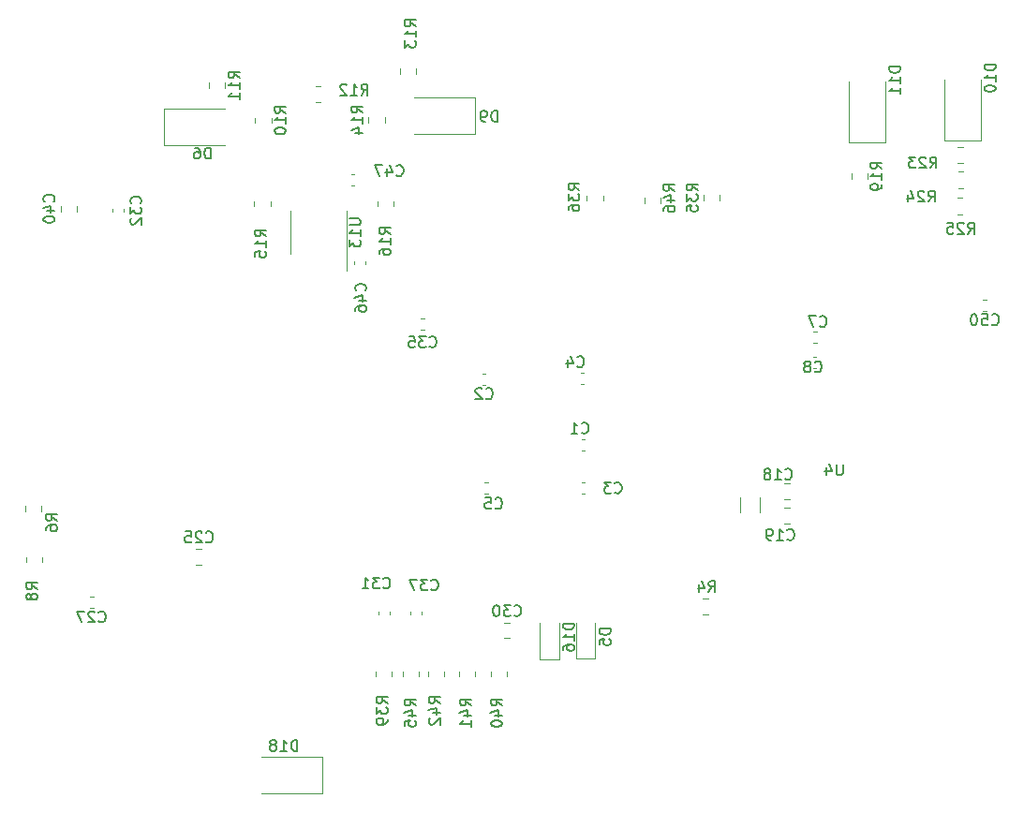
<source format=gbr>
%TF.GenerationSoftware,KiCad,Pcbnew,(7.0.0)*%
%TF.CreationDate,2025-01-08T17:10:47+03:30*%
%TF.ProjectId,logger,6c6f6767-6572-42e6-9b69-6361645f7063,rev?*%
%TF.SameCoordinates,Original*%
%TF.FileFunction,Legend,Bot*%
%TF.FilePolarity,Positive*%
%FSLAX46Y46*%
G04 Gerber Fmt 4.6, Leading zero omitted, Abs format (unit mm)*
G04 Created by KiCad (PCBNEW (7.0.0)) date 2025-01-08 17:10:47*
%MOMM*%
%LPD*%
G01*
G04 APERTURE LIST*
%ADD10C,0.150000*%
%ADD11C,0.120000*%
G04 APERTURE END LIST*
D10*
%TO.C,R19*%
X253867380Y-61107142D02*
X253391190Y-60773809D01*
X253867380Y-60535714D02*
X252867380Y-60535714D01*
X252867380Y-60535714D02*
X252867380Y-60916666D01*
X252867380Y-60916666D02*
X252915000Y-61011904D01*
X252915000Y-61011904D02*
X252962619Y-61059523D01*
X252962619Y-61059523D02*
X253057857Y-61107142D01*
X253057857Y-61107142D02*
X253200714Y-61107142D01*
X253200714Y-61107142D02*
X253295952Y-61059523D01*
X253295952Y-61059523D02*
X253343571Y-61011904D01*
X253343571Y-61011904D02*
X253391190Y-60916666D01*
X253391190Y-60916666D02*
X253391190Y-60535714D01*
X253867380Y-62059523D02*
X253867380Y-61488095D01*
X253867380Y-61773809D02*
X252867380Y-61773809D01*
X252867380Y-61773809D02*
X253010238Y-61678571D01*
X253010238Y-61678571D02*
X253105476Y-61583333D01*
X253105476Y-61583333D02*
X253153095Y-61488095D01*
X253867380Y-62535714D02*
X253867380Y-62726190D01*
X253867380Y-62726190D02*
X253819761Y-62821428D01*
X253819761Y-62821428D02*
X253772142Y-62869047D01*
X253772142Y-62869047D02*
X253629285Y-62964285D01*
X253629285Y-62964285D02*
X253438809Y-63011904D01*
X253438809Y-63011904D02*
X253057857Y-63011904D01*
X253057857Y-63011904D02*
X252962619Y-62964285D01*
X252962619Y-62964285D02*
X252915000Y-62916666D01*
X252915000Y-62916666D02*
X252867380Y-62821428D01*
X252867380Y-62821428D02*
X252867380Y-62630952D01*
X252867380Y-62630952D02*
X252915000Y-62535714D01*
X252915000Y-62535714D02*
X252962619Y-62488095D01*
X252962619Y-62488095D02*
X253057857Y-62440476D01*
X253057857Y-62440476D02*
X253295952Y-62440476D01*
X253295952Y-62440476D02*
X253391190Y-62488095D01*
X253391190Y-62488095D02*
X253438809Y-62535714D01*
X253438809Y-62535714D02*
X253486428Y-62630952D01*
X253486428Y-62630952D02*
X253486428Y-62821428D01*
X253486428Y-62821428D02*
X253438809Y-62916666D01*
X253438809Y-62916666D02*
X253391190Y-62964285D01*
X253391190Y-62964285D02*
X253295952Y-63011904D01*
%TO.C,C30*%
X220642857Y-101447142D02*
X220690476Y-101494761D01*
X220690476Y-101494761D02*
X220833333Y-101542380D01*
X220833333Y-101542380D02*
X220928571Y-101542380D01*
X220928571Y-101542380D02*
X221071428Y-101494761D01*
X221071428Y-101494761D02*
X221166666Y-101399523D01*
X221166666Y-101399523D02*
X221214285Y-101304285D01*
X221214285Y-101304285D02*
X221261904Y-101113809D01*
X221261904Y-101113809D02*
X221261904Y-100970952D01*
X221261904Y-100970952D02*
X221214285Y-100780476D01*
X221214285Y-100780476D02*
X221166666Y-100685238D01*
X221166666Y-100685238D02*
X221071428Y-100590000D01*
X221071428Y-100590000D02*
X220928571Y-100542380D01*
X220928571Y-100542380D02*
X220833333Y-100542380D01*
X220833333Y-100542380D02*
X220690476Y-100590000D01*
X220690476Y-100590000D02*
X220642857Y-100637619D01*
X220309523Y-100542380D02*
X219690476Y-100542380D01*
X219690476Y-100542380D02*
X220023809Y-100923333D01*
X220023809Y-100923333D02*
X219880952Y-100923333D01*
X219880952Y-100923333D02*
X219785714Y-100970952D01*
X219785714Y-100970952D02*
X219738095Y-101018571D01*
X219738095Y-101018571D02*
X219690476Y-101113809D01*
X219690476Y-101113809D02*
X219690476Y-101351904D01*
X219690476Y-101351904D02*
X219738095Y-101447142D01*
X219738095Y-101447142D02*
X219785714Y-101494761D01*
X219785714Y-101494761D02*
X219880952Y-101542380D01*
X219880952Y-101542380D02*
X220166666Y-101542380D01*
X220166666Y-101542380D02*
X220261904Y-101494761D01*
X220261904Y-101494761D02*
X220309523Y-101447142D01*
X219071428Y-100542380D02*
X218976190Y-100542380D01*
X218976190Y-100542380D02*
X218880952Y-100590000D01*
X218880952Y-100590000D02*
X218833333Y-100637619D01*
X218833333Y-100637619D02*
X218785714Y-100732857D01*
X218785714Y-100732857D02*
X218738095Y-100923333D01*
X218738095Y-100923333D02*
X218738095Y-101161428D01*
X218738095Y-101161428D02*
X218785714Y-101351904D01*
X218785714Y-101351904D02*
X218833333Y-101447142D01*
X218833333Y-101447142D02*
X218880952Y-101494761D01*
X218880952Y-101494761D02*
X218976190Y-101542380D01*
X218976190Y-101542380D02*
X219071428Y-101542380D01*
X219071428Y-101542380D02*
X219166666Y-101494761D01*
X219166666Y-101494761D02*
X219214285Y-101447142D01*
X219214285Y-101447142D02*
X219261904Y-101351904D01*
X219261904Y-101351904D02*
X219309523Y-101161428D01*
X219309523Y-101161428D02*
X219309523Y-100923333D01*
X219309523Y-100923333D02*
X219261904Y-100732857D01*
X219261904Y-100732857D02*
X219214285Y-100637619D01*
X219214285Y-100637619D02*
X219166666Y-100590000D01*
X219166666Y-100590000D02*
X219071428Y-100542380D01*
%TO.C,C2*%
X218091666Y-81827142D02*
X218139285Y-81874761D01*
X218139285Y-81874761D02*
X218282142Y-81922380D01*
X218282142Y-81922380D02*
X218377380Y-81922380D01*
X218377380Y-81922380D02*
X218520237Y-81874761D01*
X218520237Y-81874761D02*
X218615475Y-81779523D01*
X218615475Y-81779523D02*
X218663094Y-81684285D01*
X218663094Y-81684285D02*
X218710713Y-81493809D01*
X218710713Y-81493809D02*
X218710713Y-81350952D01*
X218710713Y-81350952D02*
X218663094Y-81160476D01*
X218663094Y-81160476D02*
X218615475Y-81065238D01*
X218615475Y-81065238D02*
X218520237Y-80970000D01*
X218520237Y-80970000D02*
X218377380Y-80922380D01*
X218377380Y-80922380D02*
X218282142Y-80922380D01*
X218282142Y-80922380D02*
X218139285Y-80970000D01*
X218139285Y-80970000D02*
X218091666Y-81017619D01*
X217710713Y-81017619D02*
X217663094Y-80970000D01*
X217663094Y-80970000D02*
X217567856Y-80922380D01*
X217567856Y-80922380D02*
X217329761Y-80922380D01*
X217329761Y-80922380D02*
X217234523Y-80970000D01*
X217234523Y-80970000D02*
X217186904Y-81017619D01*
X217186904Y-81017619D02*
X217139285Y-81112857D01*
X217139285Y-81112857D02*
X217139285Y-81208095D01*
X217139285Y-81208095D02*
X217186904Y-81350952D01*
X217186904Y-81350952D02*
X217758332Y-81922380D01*
X217758332Y-81922380D02*
X217139285Y-81922380D01*
%TO.C,C47*%
X210007857Y-61677142D02*
X210055476Y-61724761D01*
X210055476Y-61724761D02*
X210198333Y-61772380D01*
X210198333Y-61772380D02*
X210293571Y-61772380D01*
X210293571Y-61772380D02*
X210436428Y-61724761D01*
X210436428Y-61724761D02*
X210531666Y-61629523D01*
X210531666Y-61629523D02*
X210579285Y-61534285D01*
X210579285Y-61534285D02*
X210626904Y-61343809D01*
X210626904Y-61343809D02*
X210626904Y-61200952D01*
X210626904Y-61200952D02*
X210579285Y-61010476D01*
X210579285Y-61010476D02*
X210531666Y-60915238D01*
X210531666Y-60915238D02*
X210436428Y-60820000D01*
X210436428Y-60820000D02*
X210293571Y-60772380D01*
X210293571Y-60772380D02*
X210198333Y-60772380D01*
X210198333Y-60772380D02*
X210055476Y-60820000D01*
X210055476Y-60820000D02*
X210007857Y-60867619D01*
X209150714Y-61105714D02*
X209150714Y-61772380D01*
X209388809Y-60724761D02*
X209626904Y-61439047D01*
X209626904Y-61439047D02*
X209007857Y-61439047D01*
X208722142Y-60772380D02*
X208055476Y-60772380D01*
X208055476Y-60772380D02*
X208484047Y-61772380D01*
%TO.C,R45*%
X211742380Y-109632142D02*
X211266190Y-109298809D01*
X211742380Y-109060714D02*
X210742380Y-109060714D01*
X210742380Y-109060714D02*
X210742380Y-109441666D01*
X210742380Y-109441666D02*
X210790000Y-109536904D01*
X210790000Y-109536904D02*
X210837619Y-109584523D01*
X210837619Y-109584523D02*
X210932857Y-109632142D01*
X210932857Y-109632142D02*
X211075714Y-109632142D01*
X211075714Y-109632142D02*
X211170952Y-109584523D01*
X211170952Y-109584523D02*
X211218571Y-109536904D01*
X211218571Y-109536904D02*
X211266190Y-109441666D01*
X211266190Y-109441666D02*
X211266190Y-109060714D01*
X211075714Y-110489285D02*
X211742380Y-110489285D01*
X210694761Y-110251190D02*
X211409047Y-110013095D01*
X211409047Y-110013095D02*
X211409047Y-110632142D01*
X210742380Y-111489285D02*
X210742380Y-111013095D01*
X210742380Y-111013095D02*
X211218571Y-110965476D01*
X211218571Y-110965476D02*
X211170952Y-111013095D01*
X211170952Y-111013095D02*
X211123333Y-111108333D01*
X211123333Y-111108333D02*
X211123333Y-111346428D01*
X211123333Y-111346428D02*
X211170952Y-111441666D01*
X211170952Y-111441666D02*
X211218571Y-111489285D01*
X211218571Y-111489285D02*
X211313809Y-111536904D01*
X211313809Y-111536904D02*
X211551904Y-111536904D01*
X211551904Y-111536904D02*
X211647142Y-111489285D01*
X211647142Y-111489285D02*
X211694761Y-111441666D01*
X211694761Y-111441666D02*
X211742380Y-111346428D01*
X211742380Y-111346428D02*
X211742380Y-111108333D01*
X211742380Y-111108333D02*
X211694761Y-111013095D01*
X211694761Y-111013095D02*
X211647142Y-110965476D01*
%TO.C,R24*%
X258067857Y-64087380D02*
X258401190Y-63611190D01*
X258639285Y-64087380D02*
X258639285Y-63087380D01*
X258639285Y-63087380D02*
X258258333Y-63087380D01*
X258258333Y-63087380D02*
X258163095Y-63135000D01*
X258163095Y-63135000D02*
X258115476Y-63182619D01*
X258115476Y-63182619D02*
X258067857Y-63277857D01*
X258067857Y-63277857D02*
X258067857Y-63420714D01*
X258067857Y-63420714D02*
X258115476Y-63515952D01*
X258115476Y-63515952D02*
X258163095Y-63563571D01*
X258163095Y-63563571D02*
X258258333Y-63611190D01*
X258258333Y-63611190D02*
X258639285Y-63611190D01*
X257686904Y-63182619D02*
X257639285Y-63135000D01*
X257639285Y-63135000D02*
X257544047Y-63087380D01*
X257544047Y-63087380D02*
X257305952Y-63087380D01*
X257305952Y-63087380D02*
X257210714Y-63135000D01*
X257210714Y-63135000D02*
X257163095Y-63182619D01*
X257163095Y-63182619D02*
X257115476Y-63277857D01*
X257115476Y-63277857D02*
X257115476Y-63373095D01*
X257115476Y-63373095D02*
X257163095Y-63515952D01*
X257163095Y-63515952D02*
X257734523Y-64087380D01*
X257734523Y-64087380D02*
X257115476Y-64087380D01*
X256258333Y-63420714D02*
X256258333Y-64087380D01*
X256496428Y-63039761D02*
X256734523Y-63754047D01*
X256734523Y-63754047D02*
X256115476Y-63754047D01*
%TO.C,R39*%
X209192380Y-109432142D02*
X208716190Y-109098809D01*
X209192380Y-108860714D02*
X208192380Y-108860714D01*
X208192380Y-108860714D02*
X208192380Y-109241666D01*
X208192380Y-109241666D02*
X208240000Y-109336904D01*
X208240000Y-109336904D02*
X208287619Y-109384523D01*
X208287619Y-109384523D02*
X208382857Y-109432142D01*
X208382857Y-109432142D02*
X208525714Y-109432142D01*
X208525714Y-109432142D02*
X208620952Y-109384523D01*
X208620952Y-109384523D02*
X208668571Y-109336904D01*
X208668571Y-109336904D02*
X208716190Y-109241666D01*
X208716190Y-109241666D02*
X208716190Y-108860714D01*
X208192380Y-109765476D02*
X208192380Y-110384523D01*
X208192380Y-110384523D02*
X208573333Y-110051190D01*
X208573333Y-110051190D02*
X208573333Y-110194047D01*
X208573333Y-110194047D02*
X208620952Y-110289285D01*
X208620952Y-110289285D02*
X208668571Y-110336904D01*
X208668571Y-110336904D02*
X208763809Y-110384523D01*
X208763809Y-110384523D02*
X209001904Y-110384523D01*
X209001904Y-110384523D02*
X209097142Y-110336904D01*
X209097142Y-110336904D02*
X209144761Y-110289285D01*
X209144761Y-110289285D02*
X209192380Y-110194047D01*
X209192380Y-110194047D02*
X209192380Y-109908333D01*
X209192380Y-109908333D02*
X209144761Y-109813095D01*
X209144761Y-109813095D02*
X209097142Y-109765476D01*
X209192380Y-110860714D02*
X209192380Y-111051190D01*
X209192380Y-111051190D02*
X209144761Y-111146428D01*
X209144761Y-111146428D02*
X209097142Y-111194047D01*
X209097142Y-111194047D02*
X208954285Y-111289285D01*
X208954285Y-111289285D02*
X208763809Y-111336904D01*
X208763809Y-111336904D02*
X208382857Y-111336904D01*
X208382857Y-111336904D02*
X208287619Y-111289285D01*
X208287619Y-111289285D02*
X208240000Y-111241666D01*
X208240000Y-111241666D02*
X208192380Y-111146428D01*
X208192380Y-111146428D02*
X208192380Y-110955952D01*
X208192380Y-110955952D02*
X208240000Y-110860714D01*
X208240000Y-110860714D02*
X208287619Y-110813095D01*
X208287619Y-110813095D02*
X208382857Y-110765476D01*
X208382857Y-110765476D02*
X208620952Y-110765476D01*
X208620952Y-110765476D02*
X208716190Y-110813095D01*
X208716190Y-110813095D02*
X208763809Y-110860714D01*
X208763809Y-110860714D02*
X208811428Y-110955952D01*
X208811428Y-110955952D02*
X208811428Y-111146428D01*
X208811428Y-111146428D02*
X208763809Y-111241666D01*
X208763809Y-111241666D02*
X208716190Y-111289285D01*
X208716190Y-111289285D02*
X208620952Y-111336904D01*
%TO.C,C35*%
X212992857Y-77147142D02*
X213040476Y-77194761D01*
X213040476Y-77194761D02*
X213183333Y-77242380D01*
X213183333Y-77242380D02*
X213278571Y-77242380D01*
X213278571Y-77242380D02*
X213421428Y-77194761D01*
X213421428Y-77194761D02*
X213516666Y-77099523D01*
X213516666Y-77099523D02*
X213564285Y-77004285D01*
X213564285Y-77004285D02*
X213611904Y-76813809D01*
X213611904Y-76813809D02*
X213611904Y-76670952D01*
X213611904Y-76670952D02*
X213564285Y-76480476D01*
X213564285Y-76480476D02*
X213516666Y-76385238D01*
X213516666Y-76385238D02*
X213421428Y-76290000D01*
X213421428Y-76290000D02*
X213278571Y-76242380D01*
X213278571Y-76242380D02*
X213183333Y-76242380D01*
X213183333Y-76242380D02*
X213040476Y-76290000D01*
X213040476Y-76290000D02*
X212992857Y-76337619D01*
X212659523Y-76242380D02*
X212040476Y-76242380D01*
X212040476Y-76242380D02*
X212373809Y-76623333D01*
X212373809Y-76623333D02*
X212230952Y-76623333D01*
X212230952Y-76623333D02*
X212135714Y-76670952D01*
X212135714Y-76670952D02*
X212088095Y-76718571D01*
X212088095Y-76718571D02*
X212040476Y-76813809D01*
X212040476Y-76813809D02*
X212040476Y-77051904D01*
X212040476Y-77051904D02*
X212088095Y-77147142D01*
X212088095Y-77147142D02*
X212135714Y-77194761D01*
X212135714Y-77194761D02*
X212230952Y-77242380D01*
X212230952Y-77242380D02*
X212516666Y-77242380D01*
X212516666Y-77242380D02*
X212611904Y-77194761D01*
X212611904Y-77194761D02*
X212659523Y-77147142D01*
X211135714Y-76242380D02*
X211611904Y-76242380D01*
X211611904Y-76242380D02*
X211659523Y-76718571D01*
X211659523Y-76718571D02*
X211611904Y-76670952D01*
X211611904Y-76670952D02*
X211516666Y-76623333D01*
X211516666Y-76623333D02*
X211278571Y-76623333D01*
X211278571Y-76623333D02*
X211183333Y-76670952D01*
X211183333Y-76670952D02*
X211135714Y-76718571D01*
X211135714Y-76718571D02*
X211088095Y-76813809D01*
X211088095Y-76813809D02*
X211088095Y-77051904D01*
X211088095Y-77051904D02*
X211135714Y-77147142D01*
X211135714Y-77147142D02*
X211183333Y-77194761D01*
X211183333Y-77194761D02*
X211278571Y-77242380D01*
X211278571Y-77242380D02*
X211516666Y-77242380D01*
X211516666Y-77242380D02*
X211611904Y-77194761D01*
X211611904Y-77194761D02*
X211659523Y-77147142D01*
%TO.C,C19*%
X245325357Y-94572142D02*
X245372976Y-94619761D01*
X245372976Y-94619761D02*
X245515833Y-94667380D01*
X245515833Y-94667380D02*
X245611071Y-94667380D01*
X245611071Y-94667380D02*
X245753928Y-94619761D01*
X245753928Y-94619761D02*
X245849166Y-94524523D01*
X245849166Y-94524523D02*
X245896785Y-94429285D01*
X245896785Y-94429285D02*
X245944404Y-94238809D01*
X245944404Y-94238809D02*
X245944404Y-94095952D01*
X245944404Y-94095952D02*
X245896785Y-93905476D01*
X245896785Y-93905476D02*
X245849166Y-93810238D01*
X245849166Y-93810238D02*
X245753928Y-93715000D01*
X245753928Y-93715000D02*
X245611071Y-93667380D01*
X245611071Y-93667380D02*
X245515833Y-93667380D01*
X245515833Y-93667380D02*
X245372976Y-93715000D01*
X245372976Y-93715000D02*
X245325357Y-93762619D01*
X244372976Y-94667380D02*
X244944404Y-94667380D01*
X244658690Y-94667380D02*
X244658690Y-93667380D01*
X244658690Y-93667380D02*
X244753928Y-93810238D01*
X244753928Y-93810238D02*
X244849166Y-93905476D01*
X244849166Y-93905476D02*
X244944404Y-93953095D01*
X243896785Y-94667380D02*
X243706309Y-94667380D01*
X243706309Y-94667380D02*
X243611071Y-94619761D01*
X243611071Y-94619761D02*
X243563452Y-94572142D01*
X243563452Y-94572142D02*
X243468214Y-94429285D01*
X243468214Y-94429285D02*
X243420595Y-94238809D01*
X243420595Y-94238809D02*
X243420595Y-93857857D01*
X243420595Y-93857857D02*
X243468214Y-93762619D01*
X243468214Y-93762619D02*
X243515833Y-93715000D01*
X243515833Y-93715000D02*
X243611071Y-93667380D01*
X243611071Y-93667380D02*
X243801547Y-93667380D01*
X243801547Y-93667380D02*
X243896785Y-93715000D01*
X243896785Y-93715000D02*
X243944404Y-93762619D01*
X243944404Y-93762619D02*
X243992023Y-93857857D01*
X243992023Y-93857857D02*
X243992023Y-94095952D01*
X243992023Y-94095952D02*
X243944404Y-94191190D01*
X243944404Y-94191190D02*
X243896785Y-94238809D01*
X243896785Y-94238809D02*
X243801547Y-94286428D01*
X243801547Y-94286428D02*
X243611071Y-94286428D01*
X243611071Y-94286428D02*
X243515833Y-94238809D01*
X243515833Y-94238809D02*
X243468214Y-94191190D01*
X243468214Y-94191190D02*
X243420595Y-94095952D01*
%TO.C,C4*%
X226341666Y-78947142D02*
X226389285Y-78994761D01*
X226389285Y-78994761D02*
X226532142Y-79042380D01*
X226532142Y-79042380D02*
X226627380Y-79042380D01*
X226627380Y-79042380D02*
X226770237Y-78994761D01*
X226770237Y-78994761D02*
X226865475Y-78899523D01*
X226865475Y-78899523D02*
X226913094Y-78804285D01*
X226913094Y-78804285D02*
X226960713Y-78613809D01*
X226960713Y-78613809D02*
X226960713Y-78470952D01*
X226960713Y-78470952D02*
X226913094Y-78280476D01*
X226913094Y-78280476D02*
X226865475Y-78185238D01*
X226865475Y-78185238D02*
X226770237Y-78090000D01*
X226770237Y-78090000D02*
X226627380Y-78042380D01*
X226627380Y-78042380D02*
X226532142Y-78042380D01*
X226532142Y-78042380D02*
X226389285Y-78090000D01*
X226389285Y-78090000D02*
X226341666Y-78137619D01*
X225484523Y-78375714D02*
X225484523Y-79042380D01*
X225722618Y-77994761D02*
X225960713Y-78709047D01*
X225960713Y-78709047D02*
X225341666Y-78709047D01*
%TO.C,C3*%
X229741666Y-90347142D02*
X229789285Y-90394761D01*
X229789285Y-90394761D02*
X229932142Y-90442380D01*
X229932142Y-90442380D02*
X230027380Y-90442380D01*
X230027380Y-90442380D02*
X230170237Y-90394761D01*
X230170237Y-90394761D02*
X230265475Y-90299523D01*
X230265475Y-90299523D02*
X230313094Y-90204285D01*
X230313094Y-90204285D02*
X230360713Y-90013809D01*
X230360713Y-90013809D02*
X230360713Y-89870952D01*
X230360713Y-89870952D02*
X230313094Y-89680476D01*
X230313094Y-89680476D02*
X230265475Y-89585238D01*
X230265475Y-89585238D02*
X230170237Y-89490000D01*
X230170237Y-89490000D02*
X230027380Y-89442380D01*
X230027380Y-89442380D02*
X229932142Y-89442380D01*
X229932142Y-89442380D02*
X229789285Y-89490000D01*
X229789285Y-89490000D02*
X229741666Y-89537619D01*
X229408332Y-89442380D02*
X228789285Y-89442380D01*
X228789285Y-89442380D02*
X229122618Y-89823333D01*
X229122618Y-89823333D02*
X228979761Y-89823333D01*
X228979761Y-89823333D02*
X228884523Y-89870952D01*
X228884523Y-89870952D02*
X228836904Y-89918571D01*
X228836904Y-89918571D02*
X228789285Y-90013809D01*
X228789285Y-90013809D02*
X228789285Y-90251904D01*
X228789285Y-90251904D02*
X228836904Y-90347142D01*
X228836904Y-90347142D02*
X228884523Y-90394761D01*
X228884523Y-90394761D02*
X228979761Y-90442380D01*
X228979761Y-90442380D02*
X229265475Y-90442380D01*
X229265475Y-90442380D02*
X229360713Y-90394761D01*
X229360713Y-90394761D02*
X229408332Y-90347142D01*
%TO.C,R10*%
X199992380Y-56057142D02*
X199516190Y-55723809D01*
X199992380Y-55485714D02*
X198992380Y-55485714D01*
X198992380Y-55485714D02*
X198992380Y-55866666D01*
X198992380Y-55866666D02*
X199040000Y-55961904D01*
X199040000Y-55961904D02*
X199087619Y-56009523D01*
X199087619Y-56009523D02*
X199182857Y-56057142D01*
X199182857Y-56057142D02*
X199325714Y-56057142D01*
X199325714Y-56057142D02*
X199420952Y-56009523D01*
X199420952Y-56009523D02*
X199468571Y-55961904D01*
X199468571Y-55961904D02*
X199516190Y-55866666D01*
X199516190Y-55866666D02*
X199516190Y-55485714D01*
X199992380Y-57009523D02*
X199992380Y-56438095D01*
X199992380Y-56723809D02*
X198992380Y-56723809D01*
X198992380Y-56723809D02*
X199135238Y-56628571D01*
X199135238Y-56628571D02*
X199230476Y-56533333D01*
X199230476Y-56533333D02*
X199278095Y-56438095D01*
X198992380Y-57628571D02*
X198992380Y-57723809D01*
X198992380Y-57723809D02*
X199040000Y-57819047D01*
X199040000Y-57819047D02*
X199087619Y-57866666D01*
X199087619Y-57866666D02*
X199182857Y-57914285D01*
X199182857Y-57914285D02*
X199373333Y-57961904D01*
X199373333Y-57961904D02*
X199611428Y-57961904D01*
X199611428Y-57961904D02*
X199801904Y-57914285D01*
X199801904Y-57914285D02*
X199897142Y-57866666D01*
X199897142Y-57866666D02*
X199944761Y-57819047D01*
X199944761Y-57819047D02*
X199992380Y-57723809D01*
X199992380Y-57723809D02*
X199992380Y-57628571D01*
X199992380Y-57628571D02*
X199944761Y-57533333D01*
X199944761Y-57533333D02*
X199897142Y-57485714D01*
X199897142Y-57485714D02*
X199801904Y-57438095D01*
X199801904Y-57438095D02*
X199611428Y-57390476D01*
X199611428Y-57390476D02*
X199373333Y-57390476D01*
X199373333Y-57390476D02*
X199182857Y-57438095D01*
X199182857Y-57438095D02*
X199087619Y-57485714D01*
X199087619Y-57485714D02*
X199040000Y-57533333D01*
X199040000Y-57533333D02*
X198992380Y-57628571D01*
%TO.C,D16*%
X226052380Y-102200714D02*
X225052380Y-102200714D01*
X225052380Y-102200714D02*
X225052380Y-102438809D01*
X225052380Y-102438809D02*
X225100000Y-102581666D01*
X225100000Y-102581666D02*
X225195238Y-102676904D01*
X225195238Y-102676904D02*
X225290476Y-102724523D01*
X225290476Y-102724523D02*
X225480952Y-102772142D01*
X225480952Y-102772142D02*
X225623809Y-102772142D01*
X225623809Y-102772142D02*
X225814285Y-102724523D01*
X225814285Y-102724523D02*
X225909523Y-102676904D01*
X225909523Y-102676904D02*
X226004761Y-102581666D01*
X226004761Y-102581666D02*
X226052380Y-102438809D01*
X226052380Y-102438809D02*
X226052380Y-102200714D01*
X226052380Y-103724523D02*
X226052380Y-103153095D01*
X226052380Y-103438809D02*
X225052380Y-103438809D01*
X225052380Y-103438809D02*
X225195238Y-103343571D01*
X225195238Y-103343571D02*
X225290476Y-103248333D01*
X225290476Y-103248333D02*
X225338095Y-103153095D01*
X225052380Y-104581666D02*
X225052380Y-104391190D01*
X225052380Y-104391190D02*
X225100000Y-104295952D01*
X225100000Y-104295952D02*
X225147619Y-104248333D01*
X225147619Y-104248333D02*
X225290476Y-104153095D01*
X225290476Y-104153095D02*
X225480952Y-104105476D01*
X225480952Y-104105476D02*
X225861904Y-104105476D01*
X225861904Y-104105476D02*
X225957142Y-104153095D01*
X225957142Y-104153095D02*
X226004761Y-104200714D01*
X226004761Y-104200714D02*
X226052380Y-104295952D01*
X226052380Y-104295952D02*
X226052380Y-104486428D01*
X226052380Y-104486428D02*
X226004761Y-104581666D01*
X226004761Y-104581666D02*
X225957142Y-104629285D01*
X225957142Y-104629285D02*
X225861904Y-104676904D01*
X225861904Y-104676904D02*
X225623809Y-104676904D01*
X225623809Y-104676904D02*
X225528571Y-104629285D01*
X225528571Y-104629285D02*
X225480952Y-104581666D01*
X225480952Y-104581666D02*
X225433333Y-104486428D01*
X225433333Y-104486428D02*
X225433333Y-104295952D01*
X225433333Y-104295952D02*
X225480952Y-104200714D01*
X225480952Y-104200714D02*
X225528571Y-104153095D01*
X225528571Y-104153095D02*
X225623809Y-104105476D01*
%TO.C,C46*%
X207167142Y-72132142D02*
X207214761Y-72084523D01*
X207214761Y-72084523D02*
X207262380Y-71941666D01*
X207262380Y-71941666D02*
X207262380Y-71846428D01*
X207262380Y-71846428D02*
X207214761Y-71703571D01*
X207214761Y-71703571D02*
X207119523Y-71608333D01*
X207119523Y-71608333D02*
X207024285Y-71560714D01*
X207024285Y-71560714D02*
X206833809Y-71513095D01*
X206833809Y-71513095D02*
X206690952Y-71513095D01*
X206690952Y-71513095D02*
X206500476Y-71560714D01*
X206500476Y-71560714D02*
X206405238Y-71608333D01*
X206405238Y-71608333D02*
X206310000Y-71703571D01*
X206310000Y-71703571D02*
X206262380Y-71846428D01*
X206262380Y-71846428D02*
X206262380Y-71941666D01*
X206262380Y-71941666D02*
X206310000Y-72084523D01*
X206310000Y-72084523D02*
X206357619Y-72132142D01*
X206595714Y-72989285D02*
X207262380Y-72989285D01*
X206214761Y-72751190D02*
X206929047Y-72513095D01*
X206929047Y-72513095D02*
X206929047Y-73132142D01*
X206262380Y-73941666D02*
X206262380Y-73751190D01*
X206262380Y-73751190D02*
X206310000Y-73655952D01*
X206310000Y-73655952D02*
X206357619Y-73608333D01*
X206357619Y-73608333D02*
X206500476Y-73513095D01*
X206500476Y-73513095D02*
X206690952Y-73465476D01*
X206690952Y-73465476D02*
X207071904Y-73465476D01*
X207071904Y-73465476D02*
X207167142Y-73513095D01*
X207167142Y-73513095D02*
X207214761Y-73560714D01*
X207214761Y-73560714D02*
X207262380Y-73655952D01*
X207262380Y-73655952D02*
X207262380Y-73846428D01*
X207262380Y-73846428D02*
X207214761Y-73941666D01*
X207214761Y-73941666D02*
X207167142Y-73989285D01*
X207167142Y-73989285D02*
X207071904Y-74036904D01*
X207071904Y-74036904D02*
X206833809Y-74036904D01*
X206833809Y-74036904D02*
X206738571Y-73989285D01*
X206738571Y-73989285D02*
X206690952Y-73941666D01*
X206690952Y-73941666D02*
X206643333Y-73846428D01*
X206643333Y-73846428D02*
X206643333Y-73655952D01*
X206643333Y-73655952D02*
X206690952Y-73560714D01*
X206690952Y-73560714D02*
X206738571Y-73513095D01*
X206738571Y-73513095D02*
X206833809Y-73465476D01*
%TO.C,D6*%
X193213094Y-60192380D02*
X193213094Y-59192380D01*
X193213094Y-59192380D02*
X192974999Y-59192380D01*
X192974999Y-59192380D02*
X192832142Y-59240000D01*
X192832142Y-59240000D02*
X192736904Y-59335238D01*
X192736904Y-59335238D02*
X192689285Y-59430476D01*
X192689285Y-59430476D02*
X192641666Y-59620952D01*
X192641666Y-59620952D02*
X192641666Y-59763809D01*
X192641666Y-59763809D02*
X192689285Y-59954285D01*
X192689285Y-59954285D02*
X192736904Y-60049523D01*
X192736904Y-60049523D02*
X192832142Y-60144761D01*
X192832142Y-60144761D02*
X192974999Y-60192380D01*
X192974999Y-60192380D02*
X193213094Y-60192380D01*
X191784523Y-59192380D02*
X191974999Y-59192380D01*
X191974999Y-59192380D02*
X192070237Y-59240000D01*
X192070237Y-59240000D02*
X192117856Y-59287619D01*
X192117856Y-59287619D02*
X192213094Y-59430476D01*
X192213094Y-59430476D02*
X192260713Y-59620952D01*
X192260713Y-59620952D02*
X192260713Y-60001904D01*
X192260713Y-60001904D02*
X192213094Y-60097142D01*
X192213094Y-60097142D02*
X192165475Y-60144761D01*
X192165475Y-60144761D02*
X192070237Y-60192380D01*
X192070237Y-60192380D02*
X191879761Y-60192380D01*
X191879761Y-60192380D02*
X191784523Y-60144761D01*
X191784523Y-60144761D02*
X191736904Y-60097142D01*
X191736904Y-60097142D02*
X191689285Y-60001904D01*
X191689285Y-60001904D02*
X191689285Y-59763809D01*
X191689285Y-59763809D02*
X191736904Y-59668571D01*
X191736904Y-59668571D02*
X191784523Y-59620952D01*
X191784523Y-59620952D02*
X191879761Y-59573333D01*
X191879761Y-59573333D02*
X192070237Y-59573333D01*
X192070237Y-59573333D02*
X192165475Y-59620952D01*
X192165475Y-59620952D02*
X192213094Y-59668571D01*
X192213094Y-59668571D02*
X192260713Y-59763809D01*
%TO.C,R36*%
X226542380Y-63032142D02*
X226066190Y-62698809D01*
X226542380Y-62460714D02*
X225542380Y-62460714D01*
X225542380Y-62460714D02*
X225542380Y-62841666D01*
X225542380Y-62841666D02*
X225590000Y-62936904D01*
X225590000Y-62936904D02*
X225637619Y-62984523D01*
X225637619Y-62984523D02*
X225732857Y-63032142D01*
X225732857Y-63032142D02*
X225875714Y-63032142D01*
X225875714Y-63032142D02*
X225970952Y-62984523D01*
X225970952Y-62984523D02*
X226018571Y-62936904D01*
X226018571Y-62936904D02*
X226066190Y-62841666D01*
X226066190Y-62841666D02*
X226066190Y-62460714D01*
X225542380Y-63365476D02*
X225542380Y-63984523D01*
X225542380Y-63984523D02*
X225923333Y-63651190D01*
X225923333Y-63651190D02*
X225923333Y-63794047D01*
X225923333Y-63794047D02*
X225970952Y-63889285D01*
X225970952Y-63889285D02*
X226018571Y-63936904D01*
X226018571Y-63936904D02*
X226113809Y-63984523D01*
X226113809Y-63984523D02*
X226351904Y-63984523D01*
X226351904Y-63984523D02*
X226447142Y-63936904D01*
X226447142Y-63936904D02*
X226494761Y-63889285D01*
X226494761Y-63889285D02*
X226542380Y-63794047D01*
X226542380Y-63794047D02*
X226542380Y-63508333D01*
X226542380Y-63508333D02*
X226494761Y-63413095D01*
X226494761Y-63413095D02*
X226447142Y-63365476D01*
X225542380Y-64841666D02*
X225542380Y-64651190D01*
X225542380Y-64651190D02*
X225590000Y-64555952D01*
X225590000Y-64555952D02*
X225637619Y-64508333D01*
X225637619Y-64508333D02*
X225780476Y-64413095D01*
X225780476Y-64413095D02*
X225970952Y-64365476D01*
X225970952Y-64365476D02*
X226351904Y-64365476D01*
X226351904Y-64365476D02*
X226447142Y-64413095D01*
X226447142Y-64413095D02*
X226494761Y-64460714D01*
X226494761Y-64460714D02*
X226542380Y-64555952D01*
X226542380Y-64555952D02*
X226542380Y-64746428D01*
X226542380Y-64746428D02*
X226494761Y-64841666D01*
X226494761Y-64841666D02*
X226447142Y-64889285D01*
X226447142Y-64889285D02*
X226351904Y-64936904D01*
X226351904Y-64936904D02*
X226113809Y-64936904D01*
X226113809Y-64936904D02*
X226018571Y-64889285D01*
X226018571Y-64889285D02*
X225970952Y-64841666D01*
X225970952Y-64841666D02*
X225923333Y-64746428D01*
X225923333Y-64746428D02*
X225923333Y-64555952D01*
X225923333Y-64555952D02*
X225970952Y-64460714D01*
X225970952Y-64460714D02*
X226018571Y-64413095D01*
X226018571Y-64413095D02*
X226113809Y-64365476D01*
%TO.C,R41*%
X216742380Y-109632142D02*
X216266190Y-109298809D01*
X216742380Y-109060714D02*
X215742380Y-109060714D01*
X215742380Y-109060714D02*
X215742380Y-109441666D01*
X215742380Y-109441666D02*
X215790000Y-109536904D01*
X215790000Y-109536904D02*
X215837619Y-109584523D01*
X215837619Y-109584523D02*
X215932857Y-109632142D01*
X215932857Y-109632142D02*
X216075714Y-109632142D01*
X216075714Y-109632142D02*
X216170952Y-109584523D01*
X216170952Y-109584523D02*
X216218571Y-109536904D01*
X216218571Y-109536904D02*
X216266190Y-109441666D01*
X216266190Y-109441666D02*
X216266190Y-109060714D01*
X216075714Y-110489285D02*
X216742380Y-110489285D01*
X215694761Y-110251190D02*
X216409047Y-110013095D01*
X216409047Y-110013095D02*
X216409047Y-110632142D01*
X216742380Y-111536904D02*
X216742380Y-110965476D01*
X216742380Y-111251190D02*
X215742380Y-111251190D01*
X215742380Y-111251190D02*
X215885238Y-111155952D01*
X215885238Y-111155952D02*
X215980476Y-111060714D01*
X215980476Y-111060714D02*
X216028095Y-110965476D01*
%TO.C,R4*%
X238221666Y-99362380D02*
X238554999Y-98886190D01*
X238793094Y-99362380D02*
X238793094Y-98362380D01*
X238793094Y-98362380D02*
X238412142Y-98362380D01*
X238412142Y-98362380D02*
X238316904Y-98410000D01*
X238316904Y-98410000D02*
X238269285Y-98457619D01*
X238269285Y-98457619D02*
X238221666Y-98552857D01*
X238221666Y-98552857D02*
X238221666Y-98695714D01*
X238221666Y-98695714D02*
X238269285Y-98790952D01*
X238269285Y-98790952D02*
X238316904Y-98838571D01*
X238316904Y-98838571D02*
X238412142Y-98886190D01*
X238412142Y-98886190D02*
X238793094Y-98886190D01*
X237364523Y-98695714D02*
X237364523Y-99362380D01*
X237602618Y-98314761D02*
X237840713Y-99029047D01*
X237840713Y-99029047D02*
X237221666Y-99029047D01*
%TO.C,R15*%
X198217380Y-67212142D02*
X197741190Y-66878809D01*
X198217380Y-66640714D02*
X197217380Y-66640714D01*
X197217380Y-66640714D02*
X197217380Y-67021666D01*
X197217380Y-67021666D02*
X197265000Y-67116904D01*
X197265000Y-67116904D02*
X197312619Y-67164523D01*
X197312619Y-67164523D02*
X197407857Y-67212142D01*
X197407857Y-67212142D02*
X197550714Y-67212142D01*
X197550714Y-67212142D02*
X197645952Y-67164523D01*
X197645952Y-67164523D02*
X197693571Y-67116904D01*
X197693571Y-67116904D02*
X197741190Y-67021666D01*
X197741190Y-67021666D02*
X197741190Y-66640714D01*
X198217380Y-68164523D02*
X198217380Y-67593095D01*
X198217380Y-67878809D02*
X197217380Y-67878809D01*
X197217380Y-67878809D02*
X197360238Y-67783571D01*
X197360238Y-67783571D02*
X197455476Y-67688333D01*
X197455476Y-67688333D02*
X197503095Y-67593095D01*
X197217380Y-69069285D02*
X197217380Y-68593095D01*
X197217380Y-68593095D02*
X197693571Y-68545476D01*
X197693571Y-68545476D02*
X197645952Y-68593095D01*
X197645952Y-68593095D02*
X197598333Y-68688333D01*
X197598333Y-68688333D02*
X197598333Y-68926428D01*
X197598333Y-68926428D02*
X197645952Y-69021666D01*
X197645952Y-69021666D02*
X197693571Y-69069285D01*
X197693571Y-69069285D02*
X197788809Y-69116904D01*
X197788809Y-69116904D02*
X198026904Y-69116904D01*
X198026904Y-69116904D02*
X198122142Y-69069285D01*
X198122142Y-69069285D02*
X198169761Y-69021666D01*
X198169761Y-69021666D02*
X198217380Y-68926428D01*
X198217380Y-68926428D02*
X198217380Y-68688333D01*
X198217380Y-68688333D02*
X198169761Y-68593095D01*
X198169761Y-68593095D02*
X198122142Y-68545476D01*
%TO.C,D10*%
X264142380Y-51660714D02*
X263142380Y-51660714D01*
X263142380Y-51660714D02*
X263142380Y-51898809D01*
X263142380Y-51898809D02*
X263190000Y-52041666D01*
X263190000Y-52041666D02*
X263285238Y-52136904D01*
X263285238Y-52136904D02*
X263380476Y-52184523D01*
X263380476Y-52184523D02*
X263570952Y-52232142D01*
X263570952Y-52232142D02*
X263713809Y-52232142D01*
X263713809Y-52232142D02*
X263904285Y-52184523D01*
X263904285Y-52184523D02*
X263999523Y-52136904D01*
X263999523Y-52136904D02*
X264094761Y-52041666D01*
X264094761Y-52041666D02*
X264142380Y-51898809D01*
X264142380Y-51898809D02*
X264142380Y-51660714D01*
X264142380Y-53184523D02*
X264142380Y-52613095D01*
X264142380Y-52898809D02*
X263142380Y-52898809D01*
X263142380Y-52898809D02*
X263285238Y-52803571D01*
X263285238Y-52803571D02*
X263380476Y-52708333D01*
X263380476Y-52708333D02*
X263428095Y-52613095D01*
X263142380Y-53803571D02*
X263142380Y-53898809D01*
X263142380Y-53898809D02*
X263190000Y-53994047D01*
X263190000Y-53994047D02*
X263237619Y-54041666D01*
X263237619Y-54041666D02*
X263332857Y-54089285D01*
X263332857Y-54089285D02*
X263523333Y-54136904D01*
X263523333Y-54136904D02*
X263761428Y-54136904D01*
X263761428Y-54136904D02*
X263951904Y-54089285D01*
X263951904Y-54089285D02*
X264047142Y-54041666D01*
X264047142Y-54041666D02*
X264094761Y-53994047D01*
X264094761Y-53994047D02*
X264142380Y-53898809D01*
X264142380Y-53898809D02*
X264142380Y-53803571D01*
X264142380Y-53803571D02*
X264094761Y-53708333D01*
X264094761Y-53708333D02*
X264047142Y-53660714D01*
X264047142Y-53660714D02*
X263951904Y-53613095D01*
X263951904Y-53613095D02*
X263761428Y-53565476D01*
X263761428Y-53565476D02*
X263523333Y-53565476D01*
X263523333Y-53565476D02*
X263332857Y-53613095D01*
X263332857Y-53613095D02*
X263237619Y-53660714D01*
X263237619Y-53660714D02*
X263190000Y-53708333D01*
X263190000Y-53708333D02*
X263142380Y-53803571D01*
%TO.C,R46*%
X235142380Y-63105078D02*
X234666190Y-62771745D01*
X235142380Y-62533650D02*
X234142380Y-62533650D01*
X234142380Y-62533650D02*
X234142380Y-62914602D01*
X234142380Y-62914602D02*
X234190000Y-63009840D01*
X234190000Y-63009840D02*
X234237619Y-63057459D01*
X234237619Y-63057459D02*
X234332857Y-63105078D01*
X234332857Y-63105078D02*
X234475714Y-63105078D01*
X234475714Y-63105078D02*
X234570952Y-63057459D01*
X234570952Y-63057459D02*
X234618571Y-63009840D01*
X234618571Y-63009840D02*
X234666190Y-62914602D01*
X234666190Y-62914602D02*
X234666190Y-62533650D01*
X234475714Y-63962221D02*
X235142380Y-63962221D01*
X234094761Y-63724126D02*
X234809047Y-63486031D01*
X234809047Y-63486031D02*
X234809047Y-64105078D01*
X234142380Y-64914602D02*
X234142380Y-64724126D01*
X234142380Y-64724126D02*
X234190000Y-64628888D01*
X234190000Y-64628888D02*
X234237619Y-64581269D01*
X234237619Y-64581269D02*
X234380476Y-64486031D01*
X234380476Y-64486031D02*
X234570952Y-64438412D01*
X234570952Y-64438412D02*
X234951904Y-64438412D01*
X234951904Y-64438412D02*
X235047142Y-64486031D01*
X235047142Y-64486031D02*
X235094761Y-64533650D01*
X235094761Y-64533650D02*
X235142380Y-64628888D01*
X235142380Y-64628888D02*
X235142380Y-64819364D01*
X235142380Y-64819364D02*
X235094761Y-64914602D01*
X235094761Y-64914602D02*
X235047142Y-64962221D01*
X235047142Y-64962221D02*
X234951904Y-65009840D01*
X234951904Y-65009840D02*
X234713809Y-65009840D01*
X234713809Y-65009840D02*
X234618571Y-64962221D01*
X234618571Y-64962221D02*
X234570952Y-64914602D01*
X234570952Y-64914602D02*
X234523333Y-64819364D01*
X234523333Y-64819364D02*
X234523333Y-64628888D01*
X234523333Y-64628888D02*
X234570952Y-64533650D01*
X234570952Y-64533650D02*
X234618571Y-64486031D01*
X234618571Y-64486031D02*
X234713809Y-64438412D01*
%TO.C,C40*%
X179017142Y-64057142D02*
X179064761Y-64009523D01*
X179064761Y-64009523D02*
X179112380Y-63866666D01*
X179112380Y-63866666D02*
X179112380Y-63771428D01*
X179112380Y-63771428D02*
X179064761Y-63628571D01*
X179064761Y-63628571D02*
X178969523Y-63533333D01*
X178969523Y-63533333D02*
X178874285Y-63485714D01*
X178874285Y-63485714D02*
X178683809Y-63438095D01*
X178683809Y-63438095D02*
X178540952Y-63438095D01*
X178540952Y-63438095D02*
X178350476Y-63485714D01*
X178350476Y-63485714D02*
X178255238Y-63533333D01*
X178255238Y-63533333D02*
X178160000Y-63628571D01*
X178160000Y-63628571D02*
X178112380Y-63771428D01*
X178112380Y-63771428D02*
X178112380Y-63866666D01*
X178112380Y-63866666D02*
X178160000Y-64009523D01*
X178160000Y-64009523D02*
X178207619Y-64057142D01*
X178445714Y-64914285D02*
X179112380Y-64914285D01*
X178064761Y-64676190D02*
X178779047Y-64438095D01*
X178779047Y-64438095D02*
X178779047Y-65057142D01*
X178112380Y-65628571D02*
X178112380Y-65723809D01*
X178112380Y-65723809D02*
X178160000Y-65819047D01*
X178160000Y-65819047D02*
X178207619Y-65866666D01*
X178207619Y-65866666D02*
X178302857Y-65914285D01*
X178302857Y-65914285D02*
X178493333Y-65961904D01*
X178493333Y-65961904D02*
X178731428Y-65961904D01*
X178731428Y-65961904D02*
X178921904Y-65914285D01*
X178921904Y-65914285D02*
X179017142Y-65866666D01*
X179017142Y-65866666D02*
X179064761Y-65819047D01*
X179064761Y-65819047D02*
X179112380Y-65723809D01*
X179112380Y-65723809D02*
X179112380Y-65628571D01*
X179112380Y-65628571D02*
X179064761Y-65533333D01*
X179064761Y-65533333D02*
X179017142Y-65485714D01*
X179017142Y-65485714D02*
X178921904Y-65438095D01*
X178921904Y-65438095D02*
X178731428Y-65390476D01*
X178731428Y-65390476D02*
X178493333Y-65390476D01*
X178493333Y-65390476D02*
X178302857Y-65438095D01*
X178302857Y-65438095D02*
X178207619Y-65485714D01*
X178207619Y-65485714D02*
X178160000Y-65533333D01*
X178160000Y-65533333D02*
X178112380Y-65628571D01*
%TO.C,R42*%
X213942380Y-109432142D02*
X213466190Y-109098809D01*
X213942380Y-108860714D02*
X212942380Y-108860714D01*
X212942380Y-108860714D02*
X212942380Y-109241666D01*
X212942380Y-109241666D02*
X212990000Y-109336904D01*
X212990000Y-109336904D02*
X213037619Y-109384523D01*
X213037619Y-109384523D02*
X213132857Y-109432142D01*
X213132857Y-109432142D02*
X213275714Y-109432142D01*
X213275714Y-109432142D02*
X213370952Y-109384523D01*
X213370952Y-109384523D02*
X213418571Y-109336904D01*
X213418571Y-109336904D02*
X213466190Y-109241666D01*
X213466190Y-109241666D02*
X213466190Y-108860714D01*
X213275714Y-110289285D02*
X213942380Y-110289285D01*
X212894761Y-110051190D02*
X213609047Y-109813095D01*
X213609047Y-109813095D02*
X213609047Y-110432142D01*
X213037619Y-110765476D02*
X212990000Y-110813095D01*
X212990000Y-110813095D02*
X212942380Y-110908333D01*
X212942380Y-110908333D02*
X212942380Y-111146428D01*
X212942380Y-111146428D02*
X212990000Y-111241666D01*
X212990000Y-111241666D02*
X213037619Y-111289285D01*
X213037619Y-111289285D02*
X213132857Y-111336904D01*
X213132857Y-111336904D02*
X213228095Y-111336904D01*
X213228095Y-111336904D02*
X213370952Y-111289285D01*
X213370952Y-111289285D02*
X213942380Y-110717857D01*
X213942380Y-110717857D02*
X213942380Y-111336904D01*
%TO.C,C1*%
X226741666Y-84942142D02*
X226789285Y-84989761D01*
X226789285Y-84989761D02*
X226932142Y-85037380D01*
X226932142Y-85037380D02*
X227027380Y-85037380D01*
X227027380Y-85037380D02*
X227170237Y-84989761D01*
X227170237Y-84989761D02*
X227265475Y-84894523D01*
X227265475Y-84894523D02*
X227313094Y-84799285D01*
X227313094Y-84799285D02*
X227360713Y-84608809D01*
X227360713Y-84608809D02*
X227360713Y-84465952D01*
X227360713Y-84465952D02*
X227313094Y-84275476D01*
X227313094Y-84275476D02*
X227265475Y-84180238D01*
X227265475Y-84180238D02*
X227170237Y-84085000D01*
X227170237Y-84085000D02*
X227027380Y-84037380D01*
X227027380Y-84037380D02*
X226932142Y-84037380D01*
X226932142Y-84037380D02*
X226789285Y-84085000D01*
X226789285Y-84085000D02*
X226741666Y-84132619D01*
X225789285Y-85037380D02*
X226360713Y-85037380D01*
X226074999Y-85037380D02*
X226074999Y-84037380D01*
X226074999Y-84037380D02*
X226170237Y-84180238D01*
X226170237Y-84180238D02*
X226265475Y-84275476D01*
X226265475Y-84275476D02*
X226360713Y-84323095D01*
%TO.C,C7*%
X248259166Y-75307142D02*
X248306785Y-75354761D01*
X248306785Y-75354761D02*
X248449642Y-75402380D01*
X248449642Y-75402380D02*
X248544880Y-75402380D01*
X248544880Y-75402380D02*
X248687737Y-75354761D01*
X248687737Y-75354761D02*
X248782975Y-75259523D01*
X248782975Y-75259523D02*
X248830594Y-75164285D01*
X248830594Y-75164285D02*
X248878213Y-74973809D01*
X248878213Y-74973809D02*
X248878213Y-74830952D01*
X248878213Y-74830952D02*
X248830594Y-74640476D01*
X248830594Y-74640476D02*
X248782975Y-74545238D01*
X248782975Y-74545238D02*
X248687737Y-74450000D01*
X248687737Y-74450000D02*
X248544880Y-74402380D01*
X248544880Y-74402380D02*
X248449642Y-74402380D01*
X248449642Y-74402380D02*
X248306785Y-74450000D01*
X248306785Y-74450000D02*
X248259166Y-74497619D01*
X247925832Y-74402380D02*
X247259166Y-74402380D01*
X247259166Y-74402380D02*
X247687737Y-75402380D01*
%TO.C,R23*%
X258217857Y-61042380D02*
X258551190Y-60566190D01*
X258789285Y-61042380D02*
X258789285Y-60042380D01*
X258789285Y-60042380D02*
X258408333Y-60042380D01*
X258408333Y-60042380D02*
X258313095Y-60090000D01*
X258313095Y-60090000D02*
X258265476Y-60137619D01*
X258265476Y-60137619D02*
X258217857Y-60232857D01*
X258217857Y-60232857D02*
X258217857Y-60375714D01*
X258217857Y-60375714D02*
X258265476Y-60470952D01*
X258265476Y-60470952D02*
X258313095Y-60518571D01*
X258313095Y-60518571D02*
X258408333Y-60566190D01*
X258408333Y-60566190D02*
X258789285Y-60566190D01*
X257836904Y-60137619D02*
X257789285Y-60090000D01*
X257789285Y-60090000D02*
X257694047Y-60042380D01*
X257694047Y-60042380D02*
X257455952Y-60042380D01*
X257455952Y-60042380D02*
X257360714Y-60090000D01*
X257360714Y-60090000D02*
X257313095Y-60137619D01*
X257313095Y-60137619D02*
X257265476Y-60232857D01*
X257265476Y-60232857D02*
X257265476Y-60328095D01*
X257265476Y-60328095D02*
X257313095Y-60470952D01*
X257313095Y-60470952D02*
X257884523Y-61042380D01*
X257884523Y-61042380D02*
X257265476Y-61042380D01*
X256932142Y-60042380D02*
X256313095Y-60042380D01*
X256313095Y-60042380D02*
X256646428Y-60423333D01*
X256646428Y-60423333D02*
X256503571Y-60423333D01*
X256503571Y-60423333D02*
X256408333Y-60470952D01*
X256408333Y-60470952D02*
X256360714Y-60518571D01*
X256360714Y-60518571D02*
X256313095Y-60613809D01*
X256313095Y-60613809D02*
X256313095Y-60851904D01*
X256313095Y-60851904D02*
X256360714Y-60947142D01*
X256360714Y-60947142D02*
X256408333Y-60994761D01*
X256408333Y-60994761D02*
X256503571Y-61042380D01*
X256503571Y-61042380D02*
X256789285Y-61042380D01*
X256789285Y-61042380D02*
X256884523Y-60994761D01*
X256884523Y-60994761D02*
X256932142Y-60947142D01*
%TO.C,U13*%
X205742380Y-65606905D02*
X206551904Y-65606905D01*
X206551904Y-65606905D02*
X206647142Y-65654524D01*
X206647142Y-65654524D02*
X206694761Y-65702143D01*
X206694761Y-65702143D02*
X206742380Y-65797381D01*
X206742380Y-65797381D02*
X206742380Y-65987857D01*
X206742380Y-65987857D02*
X206694761Y-66083095D01*
X206694761Y-66083095D02*
X206647142Y-66130714D01*
X206647142Y-66130714D02*
X206551904Y-66178333D01*
X206551904Y-66178333D02*
X205742380Y-66178333D01*
X206742380Y-67178333D02*
X206742380Y-66606905D01*
X206742380Y-66892619D02*
X205742380Y-66892619D01*
X205742380Y-66892619D02*
X205885238Y-66797381D01*
X205885238Y-66797381D02*
X205980476Y-66702143D01*
X205980476Y-66702143D02*
X206028095Y-66606905D01*
X205742380Y-67511667D02*
X205742380Y-68130714D01*
X205742380Y-68130714D02*
X206123333Y-67797381D01*
X206123333Y-67797381D02*
X206123333Y-67940238D01*
X206123333Y-67940238D02*
X206170952Y-68035476D01*
X206170952Y-68035476D02*
X206218571Y-68083095D01*
X206218571Y-68083095D02*
X206313809Y-68130714D01*
X206313809Y-68130714D02*
X206551904Y-68130714D01*
X206551904Y-68130714D02*
X206647142Y-68083095D01*
X206647142Y-68083095D02*
X206694761Y-68035476D01*
X206694761Y-68035476D02*
X206742380Y-67940238D01*
X206742380Y-67940238D02*
X206742380Y-67654524D01*
X206742380Y-67654524D02*
X206694761Y-67559286D01*
X206694761Y-67559286D02*
X206647142Y-67511667D01*
%TO.C,D9*%
X219113094Y-56842380D02*
X219113094Y-55842380D01*
X219113094Y-55842380D02*
X218874999Y-55842380D01*
X218874999Y-55842380D02*
X218732142Y-55890000D01*
X218732142Y-55890000D02*
X218636904Y-55985238D01*
X218636904Y-55985238D02*
X218589285Y-56080476D01*
X218589285Y-56080476D02*
X218541666Y-56270952D01*
X218541666Y-56270952D02*
X218541666Y-56413809D01*
X218541666Y-56413809D02*
X218589285Y-56604285D01*
X218589285Y-56604285D02*
X218636904Y-56699523D01*
X218636904Y-56699523D02*
X218732142Y-56794761D01*
X218732142Y-56794761D02*
X218874999Y-56842380D01*
X218874999Y-56842380D02*
X219113094Y-56842380D01*
X218065475Y-56842380D02*
X217874999Y-56842380D01*
X217874999Y-56842380D02*
X217779761Y-56794761D01*
X217779761Y-56794761D02*
X217732142Y-56747142D01*
X217732142Y-56747142D02*
X217636904Y-56604285D01*
X217636904Y-56604285D02*
X217589285Y-56413809D01*
X217589285Y-56413809D02*
X217589285Y-56032857D01*
X217589285Y-56032857D02*
X217636904Y-55937619D01*
X217636904Y-55937619D02*
X217684523Y-55890000D01*
X217684523Y-55890000D02*
X217779761Y-55842380D01*
X217779761Y-55842380D02*
X217970237Y-55842380D01*
X217970237Y-55842380D02*
X218065475Y-55890000D01*
X218065475Y-55890000D02*
X218113094Y-55937619D01*
X218113094Y-55937619D02*
X218160713Y-56032857D01*
X218160713Y-56032857D02*
X218160713Y-56270952D01*
X218160713Y-56270952D02*
X218113094Y-56366190D01*
X218113094Y-56366190D02*
X218065475Y-56413809D01*
X218065475Y-56413809D02*
X217970237Y-56461428D01*
X217970237Y-56461428D02*
X217779761Y-56461428D01*
X217779761Y-56461428D02*
X217684523Y-56413809D01*
X217684523Y-56413809D02*
X217636904Y-56366190D01*
X217636904Y-56366190D02*
X217589285Y-56270952D01*
%TO.C,C18*%
X245127857Y-89112142D02*
X245175476Y-89159761D01*
X245175476Y-89159761D02*
X245318333Y-89207380D01*
X245318333Y-89207380D02*
X245413571Y-89207380D01*
X245413571Y-89207380D02*
X245556428Y-89159761D01*
X245556428Y-89159761D02*
X245651666Y-89064523D01*
X245651666Y-89064523D02*
X245699285Y-88969285D01*
X245699285Y-88969285D02*
X245746904Y-88778809D01*
X245746904Y-88778809D02*
X245746904Y-88635952D01*
X245746904Y-88635952D02*
X245699285Y-88445476D01*
X245699285Y-88445476D02*
X245651666Y-88350238D01*
X245651666Y-88350238D02*
X245556428Y-88255000D01*
X245556428Y-88255000D02*
X245413571Y-88207380D01*
X245413571Y-88207380D02*
X245318333Y-88207380D01*
X245318333Y-88207380D02*
X245175476Y-88255000D01*
X245175476Y-88255000D02*
X245127857Y-88302619D01*
X244175476Y-89207380D02*
X244746904Y-89207380D01*
X244461190Y-89207380D02*
X244461190Y-88207380D01*
X244461190Y-88207380D02*
X244556428Y-88350238D01*
X244556428Y-88350238D02*
X244651666Y-88445476D01*
X244651666Y-88445476D02*
X244746904Y-88493095D01*
X243604047Y-88635952D02*
X243699285Y-88588333D01*
X243699285Y-88588333D02*
X243746904Y-88540714D01*
X243746904Y-88540714D02*
X243794523Y-88445476D01*
X243794523Y-88445476D02*
X243794523Y-88397857D01*
X243794523Y-88397857D02*
X243746904Y-88302619D01*
X243746904Y-88302619D02*
X243699285Y-88255000D01*
X243699285Y-88255000D02*
X243604047Y-88207380D01*
X243604047Y-88207380D02*
X243413571Y-88207380D01*
X243413571Y-88207380D02*
X243318333Y-88255000D01*
X243318333Y-88255000D02*
X243270714Y-88302619D01*
X243270714Y-88302619D02*
X243223095Y-88397857D01*
X243223095Y-88397857D02*
X243223095Y-88445476D01*
X243223095Y-88445476D02*
X243270714Y-88540714D01*
X243270714Y-88540714D02*
X243318333Y-88588333D01*
X243318333Y-88588333D02*
X243413571Y-88635952D01*
X243413571Y-88635952D02*
X243604047Y-88635952D01*
X243604047Y-88635952D02*
X243699285Y-88683571D01*
X243699285Y-88683571D02*
X243746904Y-88731190D01*
X243746904Y-88731190D02*
X243794523Y-88826428D01*
X243794523Y-88826428D02*
X243794523Y-89016904D01*
X243794523Y-89016904D02*
X243746904Y-89112142D01*
X243746904Y-89112142D02*
X243699285Y-89159761D01*
X243699285Y-89159761D02*
X243604047Y-89207380D01*
X243604047Y-89207380D02*
X243413571Y-89207380D01*
X243413571Y-89207380D02*
X243318333Y-89159761D01*
X243318333Y-89159761D02*
X243270714Y-89112142D01*
X243270714Y-89112142D02*
X243223095Y-89016904D01*
X243223095Y-89016904D02*
X243223095Y-88826428D01*
X243223095Y-88826428D02*
X243270714Y-88731190D01*
X243270714Y-88731190D02*
X243318333Y-88683571D01*
X243318333Y-88683571D02*
X243413571Y-88635952D01*
%TO.C,R6*%
X179342380Y-92908333D02*
X178866190Y-92575000D01*
X179342380Y-92336905D02*
X178342380Y-92336905D01*
X178342380Y-92336905D02*
X178342380Y-92717857D01*
X178342380Y-92717857D02*
X178390000Y-92813095D01*
X178390000Y-92813095D02*
X178437619Y-92860714D01*
X178437619Y-92860714D02*
X178532857Y-92908333D01*
X178532857Y-92908333D02*
X178675714Y-92908333D01*
X178675714Y-92908333D02*
X178770952Y-92860714D01*
X178770952Y-92860714D02*
X178818571Y-92813095D01*
X178818571Y-92813095D02*
X178866190Y-92717857D01*
X178866190Y-92717857D02*
X178866190Y-92336905D01*
X178342380Y-93765476D02*
X178342380Y-93575000D01*
X178342380Y-93575000D02*
X178390000Y-93479762D01*
X178390000Y-93479762D02*
X178437619Y-93432143D01*
X178437619Y-93432143D02*
X178580476Y-93336905D01*
X178580476Y-93336905D02*
X178770952Y-93289286D01*
X178770952Y-93289286D02*
X179151904Y-93289286D01*
X179151904Y-93289286D02*
X179247142Y-93336905D01*
X179247142Y-93336905D02*
X179294761Y-93384524D01*
X179294761Y-93384524D02*
X179342380Y-93479762D01*
X179342380Y-93479762D02*
X179342380Y-93670238D01*
X179342380Y-93670238D02*
X179294761Y-93765476D01*
X179294761Y-93765476D02*
X179247142Y-93813095D01*
X179247142Y-93813095D02*
X179151904Y-93860714D01*
X179151904Y-93860714D02*
X178913809Y-93860714D01*
X178913809Y-93860714D02*
X178818571Y-93813095D01*
X178818571Y-93813095D02*
X178770952Y-93765476D01*
X178770952Y-93765476D02*
X178723333Y-93670238D01*
X178723333Y-93670238D02*
X178723333Y-93479762D01*
X178723333Y-93479762D02*
X178770952Y-93384524D01*
X178770952Y-93384524D02*
X178818571Y-93336905D01*
X178818571Y-93336905D02*
X178913809Y-93289286D01*
%TO.C,R14*%
X206942380Y-56032142D02*
X206466190Y-55698809D01*
X206942380Y-55460714D02*
X205942380Y-55460714D01*
X205942380Y-55460714D02*
X205942380Y-55841666D01*
X205942380Y-55841666D02*
X205990000Y-55936904D01*
X205990000Y-55936904D02*
X206037619Y-55984523D01*
X206037619Y-55984523D02*
X206132857Y-56032142D01*
X206132857Y-56032142D02*
X206275714Y-56032142D01*
X206275714Y-56032142D02*
X206370952Y-55984523D01*
X206370952Y-55984523D02*
X206418571Y-55936904D01*
X206418571Y-55936904D02*
X206466190Y-55841666D01*
X206466190Y-55841666D02*
X206466190Y-55460714D01*
X206942380Y-56984523D02*
X206942380Y-56413095D01*
X206942380Y-56698809D02*
X205942380Y-56698809D01*
X205942380Y-56698809D02*
X206085238Y-56603571D01*
X206085238Y-56603571D02*
X206180476Y-56508333D01*
X206180476Y-56508333D02*
X206228095Y-56413095D01*
X206275714Y-57841666D02*
X206942380Y-57841666D01*
X205894761Y-57603571D02*
X206609047Y-57365476D01*
X206609047Y-57365476D02*
X206609047Y-57984523D01*
%TO.C,U4*%
X250335654Y-87797380D02*
X250335654Y-88606904D01*
X250335654Y-88606904D02*
X250288035Y-88702142D01*
X250288035Y-88702142D02*
X250240416Y-88749761D01*
X250240416Y-88749761D02*
X250145178Y-88797380D01*
X250145178Y-88797380D02*
X249954702Y-88797380D01*
X249954702Y-88797380D02*
X249859464Y-88749761D01*
X249859464Y-88749761D02*
X249811845Y-88702142D01*
X249811845Y-88702142D02*
X249764226Y-88606904D01*
X249764226Y-88606904D02*
X249764226Y-87797380D01*
X248859464Y-88130714D02*
X248859464Y-88797380D01*
X249097559Y-87749761D02*
X249335654Y-88464047D01*
X249335654Y-88464047D02*
X248716607Y-88464047D01*
%TO.C,R11*%
X195817380Y-52907142D02*
X195341190Y-52573809D01*
X195817380Y-52335714D02*
X194817380Y-52335714D01*
X194817380Y-52335714D02*
X194817380Y-52716666D01*
X194817380Y-52716666D02*
X194865000Y-52811904D01*
X194865000Y-52811904D02*
X194912619Y-52859523D01*
X194912619Y-52859523D02*
X195007857Y-52907142D01*
X195007857Y-52907142D02*
X195150714Y-52907142D01*
X195150714Y-52907142D02*
X195245952Y-52859523D01*
X195245952Y-52859523D02*
X195293571Y-52811904D01*
X195293571Y-52811904D02*
X195341190Y-52716666D01*
X195341190Y-52716666D02*
X195341190Y-52335714D01*
X195817380Y-53859523D02*
X195817380Y-53288095D01*
X195817380Y-53573809D02*
X194817380Y-53573809D01*
X194817380Y-53573809D02*
X194960238Y-53478571D01*
X194960238Y-53478571D02*
X195055476Y-53383333D01*
X195055476Y-53383333D02*
X195103095Y-53288095D01*
X195817380Y-54811904D02*
X195817380Y-54240476D01*
X195817380Y-54526190D02*
X194817380Y-54526190D01*
X194817380Y-54526190D02*
X194960238Y-54430952D01*
X194960238Y-54430952D02*
X195055476Y-54335714D01*
X195055476Y-54335714D02*
X195103095Y-54240476D01*
%TO.C,C8*%
X247800399Y-79392142D02*
X247848018Y-79439761D01*
X247848018Y-79439761D02*
X247990875Y-79487380D01*
X247990875Y-79487380D02*
X248086113Y-79487380D01*
X248086113Y-79487380D02*
X248228970Y-79439761D01*
X248228970Y-79439761D02*
X248324208Y-79344523D01*
X248324208Y-79344523D02*
X248371827Y-79249285D01*
X248371827Y-79249285D02*
X248419446Y-79058809D01*
X248419446Y-79058809D02*
X248419446Y-78915952D01*
X248419446Y-78915952D02*
X248371827Y-78725476D01*
X248371827Y-78725476D02*
X248324208Y-78630238D01*
X248324208Y-78630238D02*
X248228970Y-78535000D01*
X248228970Y-78535000D02*
X248086113Y-78487380D01*
X248086113Y-78487380D02*
X247990875Y-78487380D01*
X247990875Y-78487380D02*
X247848018Y-78535000D01*
X247848018Y-78535000D02*
X247800399Y-78582619D01*
X247228970Y-78915952D02*
X247324208Y-78868333D01*
X247324208Y-78868333D02*
X247371827Y-78820714D01*
X247371827Y-78820714D02*
X247419446Y-78725476D01*
X247419446Y-78725476D02*
X247419446Y-78677857D01*
X247419446Y-78677857D02*
X247371827Y-78582619D01*
X247371827Y-78582619D02*
X247324208Y-78535000D01*
X247324208Y-78535000D02*
X247228970Y-78487380D01*
X247228970Y-78487380D02*
X247038494Y-78487380D01*
X247038494Y-78487380D02*
X246943256Y-78535000D01*
X246943256Y-78535000D02*
X246895637Y-78582619D01*
X246895637Y-78582619D02*
X246848018Y-78677857D01*
X246848018Y-78677857D02*
X246848018Y-78725476D01*
X246848018Y-78725476D02*
X246895637Y-78820714D01*
X246895637Y-78820714D02*
X246943256Y-78868333D01*
X246943256Y-78868333D02*
X247038494Y-78915952D01*
X247038494Y-78915952D02*
X247228970Y-78915952D01*
X247228970Y-78915952D02*
X247324208Y-78963571D01*
X247324208Y-78963571D02*
X247371827Y-79011190D01*
X247371827Y-79011190D02*
X247419446Y-79106428D01*
X247419446Y-79106428D02*
X247419446Y-79296904D01*
X247419446Y-79296904D02*
X247371827Y-79392142D01*
X247371827Y-79392142D02*
X247324208Y-79439761D01*
X247324208Y-79439761D02*
X247228970Y-79487380D01*
X247228970Y-79487380D02*
X247038494Y-79487380D01*
X247038494Y-79487380D02*
X246943256Y-79439761D01*
X246943256Y-79439761D02*
X246895637Y-79392142D01*
X246895637Y-79392142D02*
X246848018Y-79296904D01*
X246848018Y-79296904D02*
X246848018Y-79106428D01*
X246848018Y-79106428D02*
X246895637Y-79011190D01*
X246895637Y-79011190D02*
X246943256Y-78963571D01*
X246943256Y-78963571D02*
X247038494Y-78915952D01*
%TO.C,C27*%
X183097857Y-101997142D02*
X183145476Y-102044761D01*
X183145476Y-102044761D02*
X183288333Y-102092380D01*
X183288333Y-102092380D02*
X183383571Y-102092380D01*
X183383571Y-102092380D02*
X183526428Y-102044761D01*
X183526428Y-102044761D02*
X183621666Y-101949523D01*
X183621666Y-101949523D02*
X183669285Y-101854285D01*
X183669285Y-101854285D02*
X183716904Y-101663809D01*
X183716904Y-101663809D02*
X183716904Y-101520952D01*
X183716904Y-101520952D02*
X183669285Y-101330476D01*
X183669285Y-101330476D02*
X183621666Y-101235238D01*
X183621666Y-101235238D02*
X183526428Y-101140000D01*
X183526428Y-101140000D02*
X183383571Y-101092380D01*
X183383571Y-101092380D02*
X183288333Y-101092380D01*
X183288333Y-101092380D02*
X183145476Y-101140000D01*
X183145476Y-101140000D02*
X183097857Y-101187619D01*
X182716904Y-101187619D02*
X182669285Y-101140000D01*
X182669285Y-101140000D02*
X182574047Y-101092380D01*
X182574047Y-101092380D02*
X182335952Y-101092380D01*
X182335952Y-101092380D02*
X182240714Y-101140000D01*
X182240714Y-101140000D02*
X182193095Y-101187619D01*
X182193095Y-101187619D02*
X182145476Y-101282857D01*
X182145476Y-101282857D02*
X182145476Y-101378095D01*
X182145476Y-101378095D02*
X182193095Y-101520952D01*
X182193095Y-101520952D02*
X182764523Y-102092380D01*
X182764523Y-102092380D02*
X182145476Y-102092380D01*
X181812142Y-101092380D02*
X181145476Y-101092380D01*
X181145476Y-101092380D02*
X181574047Y-102092380D01*
%TO.C,R16*%
X209442380Y-66992142D02*
X208966190Y-66658809D01*
X209442380Y-66420714D02*
X208442380Y-66420714D01*
X208442380Y-66420714D02*
X208442380Y-66801666D01*
X208442380Y-66801666D02*
X208490000Y-66896904D01*
X208490000Y-66896904D02*
X208537619Y-66944523D01*
X208537619Y-66944523D02*
X208632857Y-66992142D01*
X208632857Y-66992142D02*
X208775714Y-66992142D01*
X208775714Y-66992142D02*
X208870952Y-66944523D01*
X208870952Y-66944523D02*
X208918571Y-66896904D01*
X208918571Y-66896904D02*
X208966190Y-66801666D01*
X208966190Y-66801666D02*
X208966190Y-66420714D01*
X209442380Y-67944523D02*
X209442380Y-67373095D01*
X209442380Y-67658809D02*
X208442380Y-67658809D01*
X208442380Y-67658809D02*
X208585238Y-67563571D01*
X208585238Y-67563571D02*
X208680476Y-67468333D01*
X208680476Y-67468333D02*
X208728095Y-67373095D01*
X208442380Y-68801666D02*
X208442380Y-68611190D01*
X208442380Y-68611190D02*
X208490000Y-68515952D01*
X208490000Y-68515952D02*
X208537619Y-68468333D01*
X208537619Y-68468333D02*
X208680476Y-68373095D01*
X208680476Y-68373095D02*
X208870952Y-68325476D01*
X208870952Y-68325476D02*
X209251904Y-68325476D01*
X209251904Y-68325476D02*
X209347142Y-68373095D01*
X209347142Y-68373095D02*
X209394761Y-68420714D01*
X209394761Y-68420714D02*
X209442380Y-68515952D01*
X209442380Y-68515952D02*
X209442380Y-68706428D01*
X209442380Y-68706428D02*
X209394761Y-68801666D01*
X209394761Y-68801666D02*
X209347142Y-68849285D01*
X209347142Y-68849285D02*
X209251904Y-68896904D01*
X209251904Y-68896904D02*
X209013809Y-68896904D01*
X209013809Y-68896904D02*
X208918571Y-68849285D01*
X208918571Y-68849285D02*
X208870952Y-68801666D01*
X208870952Y-68801666D02*
X208823333Y-68706428D01*
X208823333Y-68706428D02*
X208823333Y-68515952D01*
X208823333Y-68515952D02*
X208870952Y-68420714D01*
X208870952Y-68420714D02*
X208918571Y-68373095D01*
X208918571Y-68373095D02*
X209013809Y-68325476D01*
%TO.C,C37*%
X213142857Y-99122142D02*
X213190476Y-99169761D01*
X213190476Y-99169761D02*
X213333333Y-99217380D01*
X213333333Y-99217380D02*
X213428571Y-99217380D01*
X213428571Y-99217380D02*
X213571428Y-99169761D01*
X213571428Y-99169761D02*
X213666666Y-99074523D01*
X213666666Y-99074523D02*
X213714285Y-98979285D01*
X213714285Y-98979285D02*
X213761904Y-98788809D01*
X213761904Y-98788809D02*
X213761904Y-98645952D01*
X213761904Y-98645952D02*
X213714285Y-98455476D01*
X213714285Y-98455476D02*
X213666666Y-98360238D01*
X213666666Y-98360238D02*
X213571428Y-98265000D01*
X213571428Y-98265000D02*
X213428571Y-98217380D01*
X213428571Y-98217380D02*
X213333333Y-98217380D01*
X213333333Y-98217380D02*
X213190476Y-98265000D01*
X213190476Y-98265000D02*
X213142857Y-98312619D01*
X212809523Y-98217380D02*
X212190476Y-98217380D01*
X212190476Y-98217380D02*
X212523809Y-98598333D01*
X212523809Y-98598333D02*
X212380952Y-98598333D01*
X212380952Y-98598333D02*
X212285714Y-98645952D01*
X212285714Y-98645952D02*
X212238095Y-98693571D01*
X212238095Y-98693571D02*
X212190476Y-98788809D01*
X212190476Y-98788809D02*
X212190476Y-99026904D01*
X212190476Y-99026904D02*
X212238095Y-99122142D01*
X212238095Y-99122142D02*
X212285714Y-99169761D01*
X212285714Y-99169761D02*
X212380952Y-99217380D01*
X212380952Y-99217380D02*
X212666666Y-99217380D01*
X212666666Y-99217380D02*
X212761904Y-99169761D01*
X212761904Y-99169761D02*
X212809523Y-99122142D01*
X211857142Y-98217380D02*
X211190476Y-98217380D01*
X211190476Y-98217380D02*
X211619047Y-99217380D01*
%TO.C,R40*%
X219542380Y-109632142D02*
X219066190Y-109298809D01*
X219542380Y-109060714D02*
X218542380Y-109060714D01*
X218542380Y-109060714D02*
X218542380Y-109441666D01*
X218542380Y-109441666D02*
X218590000Y-109536904D01*
X218590000Y-109536904D02*
X218637619Y-109584523D01*
X218637619Y-109584523D02*
X218732857Y-109632142D01*
X218732857Y-109632142D02*
X218875714Y-109632142D01*
X218875714Y-109632142D02*
X218970952Y-109584523D01*
X218970952Y-109584523D02*
X219018571Y-109536904D01*
X219018571Y-109536904D02*
X219066190Y-109441666D01*
X219066190Y-109441666D02*
X219066190Y-109060714D01*
X218875714Y-110489285D02*
X219542380Y-110489285D01*
X218494761Y-110251190D02*
X219209047Y-110013095D01*
X219209047Y-110013095D02*
X219209047Y-110632142D01*
X218542380Y-111203571D02*
X218542380Y-111298809D01*
X218542380Y-111298809D02*
X218590000Y-111394047D01*
X218590000Y-111394047D02*
X218637619Y-111441666D01*
X218637619Y-111441666D02*
X218732857Y-111489285D01*
X218732857Y-111489285D02*
X218923333Y-111536904D01*
X218923333Y-111536904D02*
X219161428Y-111536904D01*
X219161428Y-111536904D02*
X219351904Y-111489285D01*
X219351904Y-111489285D02*
X219447142Y-111441666D01*
X219447142Y-111441666D02*
X219494761Y-111394047D01*
X219494761Y-111394047D02*
X219542380Y-111298809D01*
X219542380Y-111298809D02*
X219542380Y-111203571D01*
X219542380Y-111203571D02*
X219494761Y-111108333D01*
X219494761Y-111108333D02*
X219447142Y-111060714D01*
X219447142Y-111060714D02*
X219351904Y-111013095D01*
X219351904Y-111013095D02*
X219161428Y-110965476D01*
X219161428Y-110965476D02*
X218923333Y-110965476D01*
X218923333Y-110965476D02*
X218732857Y-111013095D01*
X218732857Y-111013095D02*
X218637619Y-111060714D01*
X218637619Y-111060714D02*
X218590000Y-111108333D01*
X218590000Y-111108333D02*
X218542380Y-111203571D01*
%TO.C,R12*%
X206817857Y-54442380D02*
X207151190Y-53966190D01*
X207389285Y-54442380D02*
X207389285Y-53442380D01*
X207389285Y-53442380D02*
X207008333Y-53442380D01*
X207008333Y-53442380D02*
X206913095Y-53490000D01*
X206913095Y-53490000D02*
X206865476Y-53537619D01*
X206865476Y-53537619D02*
X206817857Y-53632857D01*
X206817857Y-53632857D02*
X206817857Y-53775714D01*
X206817857Y-53775714D02*
X206865476Y-53870952D01*
X206865476Y-53870952D02*
X206913095Y-53918571D01*
X206913095Y-53918571D02*
X207008333Y-53966190D01*
X207008333Y-53966190D02*
X207389285Y-53966190D01*
X205865476Y-54442380D02*
X206436904Y-54442380D01*
X206151190Y-54442380D02*
X206151190Y-53442380D01*
X206151190Y-53442380D02*
X206246428Y-53585238D01*
X206246428Y-53585238D02*
X206341666Y-53680476D01*
X206341666Y-53680476D02*
X206436904Y-53728095D01*
X205484523Y-53537619D02*
X205436904Y-53490000D01*
X205436904Y-53490000D02*
X205341666Y-53442380D01*
X205341666Y-53442380D02*
X205103571Y-53442380D01*
X205103571Y-53442380D02*
X205008333Y-53490000D01*
X205008333Y-53490000D02*
X204960714Y-53537619D01*
X204960714Y-53537619D02*
X204913095Y-53632857D01*
X204913095Y-53632857D02*
X204913095Y-53728095D01*
X204913095Y-53728095D02*
X204960714Y-53870952D01*
X204960714Y-53870952D02*
X205532142Y-54442380D01*
X205532142Y-54442380D02*
X204913095Y-54442380D01*
%TO.C,R25*%
X261637857Y-66977380D02*
X261971190Y-66501190D01*
X262209285Y-66977380D02*
X262209285Y-65977380D01*
X262209285Y-65977380D02*
X261828333Y-65977380D01*
X261828333Y-65977380D02*
X261733095Y-66025000D01*
X261733095Y-66025000D02*
X261685476Y-66072619D01*
X261685476Y-66072619D02*
X261637857Y-66167857D01*
X261637857Y-66167857D02*
X261637857Y-66310714D01*
X261637857Y-66310714D02*
X261685476Y-66405952D01*
X261685476Y-66405952D02*
X261733095Y-66453571D01*
X261733095Y-66453571D02*
X261828333Y-66501190D01*
X261828333Y-66501190D02*
X262209285Y-66501190D01*
X261256904Y-66072619D02*
X261209285Y-66025000D01*
X261209285Y-66025000D02*
X261114047Y-65977380D01*
X261114047Y-65977380D02*
X260875952Y-65977380D01*
X260875952Y-65977380D02*
X260780714Y-66025000D01*
X260780714Y-66025000D02*
X260733095Y-66072619D01*
X260733095Y-66072619D02*
X260685476Y-66167857D01*
X260685476Y-66167857D02*
X260685476Y-66263095D01*
X260685476Y-66263095D02*
X260733095Y-66405952D01*
X260733095Y-66405952D02*
X261304523Y-66977380D01*
X261304523Y-66977380D02*
X260685476Y-66977380D01*
X259780714Y-65977380D02*
X260256904Y-65977380D01*
X260256904Y-65977380D02*
X260304523Y-66453571D01*
X260304523Y-66453571D02*
X260256904Y-66405952D01*
X260256904Y-66405952D02*
X260161666Y-66358333D01*
X260161666Y-66358333D02*
X259923571Y-66358333D01*
X259923571Y-66358333D02*
X259828333Y-66405952D01*
X259828333Y-66405952D02*
X259780714Y-66453571D01*
X259780714Y-66453571D02*
X259733095Y-66548809D01*
X259733095Y-66548809D02*
X259733095Y-66786904D01*
X259733095Y-66786904D02*
X259780714Y-66882142D01*
X259780714Y-66882142D02*
X259828333Y-66929761D01*
X259828333Y-66929761D02*
X259923571Y-66977380D01*
X259923571Y-66977380D02*
X260161666Y-66977380D01*
X260161666Y-66977380D02*
X260256904Y-66929761D01*
X260256904Y-66929761D02*
X260304523Y-66882142D01*
%TO.C,C32*%
X186847142Y-64232142D02*
X186894761Y-64184523D01*
X186894761Y-64184523D02*
X186942380Y-64041666D01*
X186942380Y-64041666D02*
X186942380Y-63946428D01*
X186942380Y-63946428D02*
X186894761Y-63803571D01*
X186894761Y-63803571D02*
X186799523Y-63708333D01*
X186799523Y-63708333D02*
X186704285Y-63660714D01*
X186704285Y-63660714D02*
X186513809Y-63613095D01*
X186513809Y-63613095D02*
X186370952Y-63613095D01*
X186370952Y-63613095D02*
X186180476Y-63660714D01*
X186180476Y-63660714D02*
X186085238Y-63708333D01*
X186085238Y-63708333D02*
X185990000Y-63803571D01*
X185990000Y-63803571D02*
X185942380Y-63946428D01*
X185942380Y-63946428D02*
X185942380Y-64041666D01*
X185942380Y-64041666D02*
X185990000Y-64184523D01*
X185990000Y-64184523D02*
X186037619Y-64232142D01*
X185942380Y-64565476D02*
X185942380Y-65184523D01*
X185942380Y-65184523D02*
X186323333Y-64851190D01*
X186323333Y-64851190D02*
X186323333Y-64994047D01*
X186323333Y-64994047D02*
X186370952Y-65089285D01*
X186370952Y-65089285D02*
X186418571Y-65136904D01*
X186418571Y-65136904D02*
X186513809Y-65184523D01*
X186513809Y-65184523D02*
X186751904Y-65184523D01*
X186751904Y-65184523D02*
X186847142Y-65136904D01*
X186847142Y-65136904D02*
X186894761Y-65089285D01*
X186894761Y-65089285D02*
X186942380Y-64994047D01*
X186942380Y-64994047D02*
X186942380Y-64708333D01*
X186942380Y-64708333D02*
X186894761Y-64613095D01*
X186894761Y-64613095D02*
X186847142Y-64565476D01*
X186037619Y-65565476D02*
X185990000Y-65613095D01*
X185990000Y-65613095D02*
X185942380Y-65708333D01*
X185942380Y-65708333D02*
X185942380Y-65946428D01*
X185942380Y-65946428D02*
X185990000Y-66041666D01*
X185990000Y-66041666D02*
X186037619Y-66089285D01*
X186037619Y-66089285D02*
X186132857Y-66136904D01*
X186132857Y-66136904D02*
X186228095Y-66136904D01*
X186228095Y-66136904D02*
X186370952Y-66089285D01*
X186370952Y-66089285D02*
X186942380Y-65517857D01*
X186942380Y-65517857D02*
X186942380Y-66136904D01*
%TO.C,R35*%
X237217380Y-63057142D02*
X236741190Y-62723809D01*
X237217380Y-62485714D02*
X236217380Y-62485714D01*
X236217380Y-62485714D02*
X236217380Y-62866666D01*
X236217380Y-62866666D02*
X236265000Y-62961904D01*
X236265000Y-62961904D02*
X236312619Y-63009523D01*
X236312619Y-63009523D02*
X236407857Y-63057142D01*
X236407857Y-63057142D02*
X236550714Y-63057142D01*
X236550714Y-63057142D02*
X236645952Y-63009523D01*
X236645952Y-63009523D02*
X236693571Y-62961904D01*
X236693571Y-62961904D02*
X236741190Y-62866666D01*
X236741190Y-62866666D02*
X236741190Y-62485714D01*
X236217380Y-63390476D02*
X236217380Y-64009523D01*
X236217380Y-64009523D02*
X236598333Y-63676190D01*
X236598333Y-63676190D02*
X236598333Y-63819047D01*
X236598333Y-63819047D02*
X236645952Y-63914285D01*
X236645952Y-63914285D02*
X236693571Y-63961904D01*
X236693571Y-63961904D02*
X236788809Y-64009523D01*
X236788809Y-64009523D02*
X237026904Y-64009523D01*
X237026904Y-64009523D02*
X237122142Y-63961904D01*
X237122142Y-63961904D02*
X237169761Y-63914285D01*
X237169761Y-63914285D02*
X237217380Y-63819047D01*
X237217380Y-63819047D02*
X237217380Y-63533333D01*
X237217380Y-63533333D02*
X237169761Y-63438095D01*
X237169761Y-63438095D02*
X237122142Y-63390476D01*
X236217380Y-64914285D02*
X236217380Y-64438095D01*
X236217380Y-64438095D02*
X236693571Y-64390476D01*
X236693571Y-64390476D02*
X236645952Y-64438095D01*
X236645952Y-64438095D02*
X236598333Y-64533333D01*
X236598333Y-64533333D02*
X236598333Y-64771428D01*
X236598333Y-64771428D02*
X236645952Y-64866666D01*
X236645952Y-64866666D02*
X236693571Y-64914285D01*
X236693571Y-64914285D02*
X236788809Y-64961904D01*
X236788809Y-64961904D02*
X237026904Y-64961904D01*
X237026904Y-64961904D02*
X237122142Y-64914285D01*
X237122142Y-64914285D02*
X237169761Y-64866666D01*
X237169761Y-64866666D02*
X237217380Y-64771428D01*
X237217380Y-64771428D02*
X237217380Y-64533333D01*
X237217380Y-64533333D02*
X237169761Y-64438095D01*
X237169761Y-64438095D02*
X237122142Y-64390476D01*
%TO.C,D11*%
X255542380Y-51860714D02*
X254542380Y-51860714D01*
X254542380Y-51860714D02*
X254542380Y-52098809D01*
X254542380Y-52098809D02*
X254590000Y-52241666D01*
X254590000Y-52241666D02*
X254685238Y-52336904D01*
X254685238Y-52336904D02*
X254780476Y-52384523D01*
X254780476Y-52384523D02*
X254970952Y-52432142D01*
X254970952Y-52432142D02*
X255113809Y-52432142D01*
X255113809Y-52432142D02*
X255304285Y-52384523D01*
X255304285Y-52384523D02*
X255399523Y-52336904D01*
X255399523Y-52336904D02*
X255494761Y-52241666D01*
X255494761Y-52241666D02*
X255542380Y-52098809D01*
X255542380Y-52098809D02*
X255542380Y-51860714D01*
X255542380Y-53384523D02*
X255542380Y-52813095D01*
X255542380Y-53098809D02*
X254542380Y-53098809D01*
X254542380Y-53098809D02*
X254685238Y-53003571D01*
X254685238Y-53003571D02*
X254780476Y-52908333D01*
X254780476Y-52908333D02*
X254828095Y-52813095D01*
X255542380Y-54336904D02*
X255542380Y-53765476D01*
X255542380Y-54051190D02*
X254542380Y-54051190D01*
X254542380Y-54051190D02*
X254685238Y-53955952D01*
X254685238Y-53955952D02*
X254780476Y-53860714D01*
X254780476Y-53860714D02*
X254828095Y-53765476D01*
%TO.C,C50*%
X263817857Y-75137142D02*
X263865476Y-75184761D01*
X263865476Y-75184761D02*
X264008333Y-75232380D01*
X264008333Y-75232380D02*
X264103571Y-75232380D01*
X264103571Y-75232380D02*
X264246428Y-75184761D01*
X264246428Y-75184761D02*
X264341666Y-75089523D01*
X264341666Y-75089523D02*
X264389285Y-74994285D01*
X264389285Y-74994285D02*
X264436904Y-74803809D01*
X264436904Y-74803809D02*
X264436904Y-74660952D01*
X264436904Y-74660952D02*
X264389285Y-74470476D01*
X264389285Y-74470476D02*
X264341666Y-74375238D01*
X264341666Y-74375238D02*
X264246428Y-74280000D01*
X264246428Y-74280000D02*
X264103571Y-74232380D01*
X264103571Y-74232380D02*
X264008333Y-74232380D01*
X264008333Y-74232380D02*
X263865476Y-74280000D01*
X263865476Y-74280000D02*
X263817857Y-74327619D01*
X262913095Y-74232380D02*
X263389285Y-74232380D01*
X263389285Y-74232380D02*
X263436904Y-74708571D01*
X263436904Y-74708571D02*
X263389285Y-74660952D01*
X263389285Y-74660952D02*
X263294047Y-74613333D01*
X263294047Y-74613333D02*
X263055952Y-74613333D01*
X263055952Y-74613333D02*
X262960714Y-74660952D01*
X262960714Y-74660952D02*
X262913095Y-74708571D01*
X262913095Y-74708571D02*
X262865476Y-74803809D01*
X262865476Y-74803809D02*
X262865476Y-75041904D01*
X262865476Y-75041904D02*
X262913095Y-75137142D01*
X262913095Y-75137142D02*
X262960714Y-75184761D01*
X262960714Y-75184761D02*
X263055952Y-75232380D01*
X263055952Y-75232380D02*
X263294047Y-75232380D01*
X263294047Y-75232380D02*
X263389285Y-75184761D01*
X263389285Y-75184761D02*
X263436904Y-75137142D01*
X262246428Y-74232380D02*
X262151190Y-74232380D01*
X262151190Y-74232380D02*
X262055952Y-74280000D01*
X262055952Y-74280000D02*
X262008333Y-74327619D01*
X262008333Y-74327619D02*
X261960714Y-74422857D01*
X261960714Y-74422857D02*
X261913095Y-74613333D01*
X261913095Y-74613333D02*
X261913095Y-74851428D01*
X261913095Y-74851428D02*
X261960714Y-75041904D01*
X261960714Y-75041904D02*
X262008333Y-75137142D01*
X262008333Y-75137142D02*
X262055952Y-75184761D01*
X262055952Y-75184761D02*
X262151190Y-75232380D01*
X262151190Y-75232380D02*
X262246428Y-75232380D01*
X262246428Y-75232380D02*
X262341666Y-75184761D01*
X262341666Y-75184761D02*
X262389285Y-75137142D01*
X262389285Y-75137142D02*
X262436904Y-75041904D01*
X262436904Y-75041904D02*
X262484523Y-74851428D01*
X262484523Y-74851428D02*
X262484523Y-74613333D01*
X262484523Y-74613333D02*
X262436904Y-74422857D01*
X262436904Y-74422857D02*
X262389285Y-74327619D01*
X262389285Y-74327619D02*
X262341666Y-74280000D01*
X262341666Y-74280000D02*
X262246428Y-74232380D01*
%TO.C,R13*%
X211742380Y-48232142D02*
X211266190Y-47898809D01*
X211742380Y-47660714D02*
X210742380Y-47660714D01*
X210742380Y-47660714D02*
X210742380Y-48041666D01*
X210742380Y-48041666D02*
X210790000Y-48136904D01*
X210790000Y-48136904D02*
X210837619Y-48184523D01*
X210837619Y-48184523D02*
X210932857Y-48232142D01*
X210932857Y-48232142D02*
X211075714Y-48232142D01*
X211075714Y-48232142D02*
X211170952Y-48184523D01*
X211170952Y-48184523D02*
X211218571Y-48136904D01*
X211218571Y-48136904D02*
X211266190Y-48041666D01*
X211266190Y-48041666D02*
X211266190Y-47660714D01*
X211742380Y-49184523D02*
X211742380Y-48613095D01*
X211742380Y-48898809D02*
X210742380Y-48898809D01*
X210742380Y-48898809D02*
X210885238Y-48803571D01*
X210885238Y-48803571D02*
X210980476Y-48708333D01*
X210980476Y-48708333D02*
X211028095Y-48613095D01*
X210742380Y-49517857D02*
X210742380Y-50136904D01*
X210742380Y-50136904D02*
X211123333Y-49803571D01*
X211123333Y-49803571D02*
X211123333Y-49946428D01*
X211123333Y-49946428D02*
X211170952Y-50041666D01*
X211170952Y-50041666D02*
X211218571Y-50089285D01*
X211218571Y-50089285D02*
X211313809Y-50136904D01*
X211313809Y-50136904D02*
X211551904Y-50136904D01*
X211551904Y-50136904D02*
X211647142Y-50089285D01*
X211647142Y-50089285D02*
X211694761Y-50041666D01*
X211694761Y-50041666D02*
X211742380Y-49946428D01*
X211742380Y-49946428D02*
X211742380Y-49660714D01*
X211742380Y-49660714D02*
X211694761Y-49565476D01*
X211694761Y-49565476D02*
X211647142Y-49517857D01*
%TO.C,D18*%
X201039285Y-113742380D02*
X201039285Y-112742380D01*
X201039285Y-112742380D02*
X200801190Y-112742380D01*
X200801190Y-112742380D02*
X200658333Y-112790000D01*
X200658333Y-112790000D02*
X200563095Y-112885238D01*
X200563095Y-112885238D02*
X200515476Y-112980476D01*
X200515476Y-112980476D02*
X200467857Y-113170952D01*
X200467857Y-113170952D02*
X200467857Y-113313809D01*
X200467857Y-113313809D02*
X200515476Y-113504285D01*
X200515476Y-113504285D02*
X200563095Y-113599523D01*
X200563095Y-113599523D02*
X200658333Y-113694761D01*
X200658333Y-113694761D02*
X200801190Y-113742380D01*
X200801190Y-113742380D02*
X201039285Y-113742380D01*
X199515476Y-113742380D02*
X200086904Y-113742380D01*
X199801190Y-113742380D02*
X199801190Y-112742380D01*
X199801190Y-112742380D02*
X199896428Y-112885238D01*
X199896428Y-112885238D02*
X199991666Y-112980476D01*
X199991666Y-112980476D02*
X200086904Y-113028095D01*
X198944047Y-113170952D02*
X199039285Y-113123333D01*
X199039285Y-113123333D02*
X199086904Y-113075714D01*
X199086904Y-113075714D02*
X199134523Y-112980476D01*
X199134523Y-112980476D02*
X199134523Y-112932857D01*
X199134523Y-112932857D02*
X199086904Y-112837619D01*
X199086904Y-112837619D02*
X199039285Y-112790000D01*
X199039285Y-112790000D02*
X198944047Y-112742380D01*
X198944047Y-112742380D02*
X198753571Y-112742380D01*
X198753571Y-112742380D02*
X198658333Y-112790000D01*
X198658333Y-112790000D02*
X198610714Y-112837619D01*
X198610714Y-112837619D02*
X198563095Y-112932857D01*
X198563095Y-112932857D02*
X198563095Y-112980476D01*
X198563095Y-112980476D02*
X198610714Y-113075714D01*
X198610714Y-113075714D02*
X198658333Y-113123333D01*
X198658333Y-113123333D02*
X198753571Y-113170952D01*
X198753571Y-113170952D02*
X198944047Y-113170952D01*
X198944047Y-113170952D02*
X199039285Y-113218571D01*
X199039285Y-113218571D02*
X199086904Y-113266190D01*
X199086904Y-113266190D02*
X199134523Y-113361428D01*
X199134523Y-113361428D02*
X199134523Y-113551904D01*
X199134523Y-113551904D02*
X199086904Y-113647142D01*
X199086904Y-113647142D02*
X199039285Y-113694761D01*
X199039285Y-113694761D02*
X198944047Y-113742380D01*
X198944047Y-113742380D02*
X198753571Y-113742380D01*
X198753571Y-113742380D02*
X198658333Y-113694761D01*
X198658333Y-113694761D02*
X198610714Y-113647142D01*
X198610714Y-113647142D02*
X198563095Y-113551904D01*
X198563095Y-113551904D02*
X198563095Y-113361428D01*
X198563095Y-113361428D02*
X198610714Y-113266190D01*
X198610714Y-113266190D02*
X198658333Y-113218571D01*
X198658333Y-113218571D02*
X198753571Y-113170952D01*
%TO.C,C25*%
X192787857Y-94797142D02*
X192835476Y-94844761D01*
X192835476Y-94844761D02*
X192978333Y-94892380D01*
X192978333Y-94892380D02*
X193073571Y-94892380D01*
X193073571Y-94892380D02*
X193216428Y-94844761D01*
X193216428Y-94844761D02*
X193311666Y-94749523D01*
X193311666Y-94749523D02*
X193359285Y-94654285D01*
X193359285Y-94654285D02*
X193406904Y-94463809D01*
X193406904Y-94463809D02*
X193406904Y-94320952D01*
X193406904Y-94320952D02*
X193359285Y-94130476D01*
X193359285Y-94130476D02*
X193311666Y-94035238D01*
X193311666Y-94035238D02*
X193216428Y-93940000D01*
X193216428Y-93940000D02*
X193073571Y-93892380D01*
X193073571Y-93892380D02*
X192978333Y-93892380D01*
X192978333Y-93892380D02*
X192835476Y-93940000D01*
X192835476Y-93940000D02*
X192787857Y-93987619D01*
X192406904Y-93987619D02*
X192359285Y-93940000D01*
X192359285Y-93940000D02*
X192264047Y-93892380D01*
X192264047Y-93892380D02*
X192025952Y-93892380D01*
X192025952Y-93892380D02*
X191930714Y-93940000D01*
X191930714Y-93940000D02*
X191883095Y-93987619D01*
X191883095Y-93987619D02*
X191835476Y-94082857D01*
X191835476Y-94082857D02*
X191835476Y-94178095D01*
X191835476Y-94178095D02*
X191883095Y-94320952D01*
X191883095Y-94320952D02*
X192454523Y-94892380D01*
X192454523Y-94892380D02*
X191835476Y-94892380D01*
X190930714Y-93892380D02*
X191406904Y-93892380D01*
X191406904Y-93892380D02*
X191454523Y-94368571D01*
X191454523Y-94368571D02*
X191406904Y-94320952D01*
X191406904Y-94320952D02*
X191311666Y-94273333D01*
X191311666Y-94273333D02*
X191073571Y-94273333D01*
X191073571Y-94273333D02*
X190978333Y-94320952D01*
X190978333Y-94320952D02*
X190930714Y-94368571D01*
X190930714Y-94368571D02*
X190883095Y-94463809D01*
X190883095Y-94463809D02*
X190883095Y-94701904D01*
X190883095Y-94701904D02*
X190930714Y-94797142D01*
X190930714Y-94797142D02*
X190978333Y-94844761D01*
X190978333Y-94844761D02*
X191073571Y-94892380D01*
X191073571Y-94892380D02*
X191311666Y-94892380D01*
X191311666Y-94892380D02*
X191406904Y-94844761D01*
X191406904Y-94844761D02*
X191454523Y-94797142D01*
%TO.C,D5*%
X229342380Y-102656905D02*
X228342380Y-102656905D01*
X228342380Y-102656905D02*
X228342380Y-102895000D01*
X228342380Y-102895000D02*
X228390000Y-103037857D01*
X228390000Y-103037857D02*
X228485238Y-103133095D01*
X228485238Y-103133095D02*
X228580476Y-103180714D01*
X228580476Y-103180714D02*
X228770952Y-103228333D01*
X228770952Y-103228333D02*
X228913809Y-103228333D01*
X228913809Y-103228333D02*
X229104285Y-103180714D01*
X229104285Y-103180714D02*
X229199523Y-103133095D01*
X229199523Y-103133095D02*
X229294761Y-103037857D01*
X229294761Y-103037857D02*
X229342380Y-102895000D01*
X229342380Y-102895000D02*
X229342380Y-102656905D01*
X228342380Y-104133095D02*
X228342380Y-103656905D01*
X228342380Y-103656905D02*
X228818571Y-103609286D01*
X228818571Y-103609286D02*
X228770952Y-103656905D01*
X228770952Y-103656905D02*
X228723333Y-103752143D01*
X228723333Y-103752143D02*
X228723333Y-103990238D01*
X228723333Y-103990238D02*
X228770952Y-104085476D01*
X228770952Y-104085476D02*
X228818571Y-104133095D01*
X228818571Y-104133095D02*
X228913809Y-104180714D01*
X228913809Y-104180714D02*
X229151904Y-104180714D01*
X229151904Y-104180714D02*
X229247142Y-104133095D01*
X229247142Y-104133095D02*
X229294761Y-104085476D01*
X229294761Y-104085476D02*
X229342380Y-103990238D01*
X229342380Y-103990238D02*
X229342380Y-103752143D01*
X229342380Y-103752143D02*
X229294761Y-103656905D01*
X229294761Y-103656905D02*
X229247142Y-103609286D01*
%TO.C,R8*%
X177542380Y-99108333D02*
X177066190Y-98775000D01*
X177542380Y-98536905D02*
X176542380Y-98536905D01*
X176542380Y-98536905D02*
X176542380Y-98917857D01*
X176542380Y-98917857D02*
X176590000Y-99013095D01*
X176590000Y-99013095D02*
X176637619Y-99060714D01*
X176637619Y-99060714D02*
X176732857Y-99108333D01*
X176732857Y-99108333D02*
X176875714Y-99108333D01*
X176875714Y-99108333D02*
X176970952Y-99060714D01*
X176970952Y-99060714D02*
X177018571Y-99013095D01*
X177018571Y-99013095D02*
X177066190Y-98917857D01*
X177066190Y-98917857D02*
X177066190Y-98536905D01*
X176970952Y-99679762D02*
X176923333Y-99584524D01*
X176923333Y-99584524D02*
X176875714Y-99536905D01*
X176875714Y-99536905D02*
X176780476Y-99489286D01*
X176780476Y-99489286D02*
X176732857Y-99489286D01*
X176732857Y-99489286D02*
X176637619Y-99536905D01*
X176637619Y-99536905D02*
X176590000Y-99584524D01*
X176590000Y-99584524D02*
X176542380Y-99679762D01*
X176542380Y-99679762D02*
X176542380Y-99870238D01*
X176542380Y-99870238D02*
X176590000Y-99965476D01*
X176590000Y-99965476D02*
X176637619Y-100013095D01*
X176637619Y-100013095D02*
X176732857Y-100060714D01*
X176732857Y-100060714D02*
X176780476Y-100060714D01*
X176780476Y-100060714D02*
X176875714Y-100013095D01*
X176875714Y-100013095D02*
X176923333Y-99965476D01*
X176923333Y-99965476D02*
X176970952Y-99870238D01*
X176970952Y-99870238D02*
X176970952Y-99679762D01*
X176970952Y-99679762D02*
X177018571Y-99584524D01*
X177018571Y-99584524D02*
X177066190Y-99536905D01*
X177066190Y-99536905D02*
X177161428Y-99489286D01*
X177161428Y-99489286D02*
X177351904Y-99489286D01*
X177351904Y-99489286D02*
X177447142Y-99536905D01*
X177447142Y-99536905D02*
X177494761Y-99584524D01*
X177494761Y-99584524D02*
X177542380Y-99679762D01*
X177542380Y-99679762D02*
X177542380Y-99870238D01*
X177542380Y-99870238D02*
X177494761Y-99965476D01*
X177494761Y-99965476D02*
X177447142Y-100013095D01*
X177447142Y-100013095D02*
X177351904Y-100060714D01*
X177351904Y-100060714D02*
X177161428Y-100060714D01*
X177161428Y-100060714D02*
X177066190Y-100013095D01*
X177066190Y-100013095D02*
X177018571Y-99965476D01*
X177018571Y-99965476D02*
X176970952Y-99870238D01*
%TO.C,C5*%
X218941666Y-91747142D02*
X218989285Y-91794761D01*
X218989285Y-91794761D02*
X219132142Y-91842380D01*
X219132142Y-91842380D02*
X219227380Y-91842380D01*
X219227380Y-91842380D02*
X219370237Y-91794761D01*
X219370237Y-91794761D02*
X219465475Y-91699523D01*
X219465475Y-91699523D02*
X219513094Y-91604285D01*
X219513094Y-91604285D02*
X219560713Y-91413809D01*
X219560713Y-91413809D02*
X219560713Y-91270952D01*
X219560713Y-91270952D02*
X219513094Y-91080476D01*
X219513094Y-91080476D02*
X219465475Y-90985238D01*
X219465475Y-90985238D02*
X219370237Y-90890000D01*
X219370237Y-90890000D02*
X219227380Y-90842380D01*
X219227380Y-90842380D02*
X219132142Y-90842380D01*
X219132142Y-90842380D02*
X218989285Y-90890000D01*
X218989285Y-90890000D02*
X218941666Y-90937619D01*
X218036904Y-90842380D02*
X218513094Y-90842380D01*
X218513094Y-90842380D02*
X218560713Y-91318571D01*
X218560713Y-91318571D02*
X218513094Y-91270952D01*
X218513094Y-91270952D02*
X218417856Y-91223333D01*
X218417856Y-91223333D02*
X218179761Y-91223333D01*
X218179761Y-91223333D02*
X218084523Y-91270952D01*
X218084523Y-91270952D02*
X218036904Y-91318571D01*
X218036904Y-91318571D02*
X217989285Y-91413809D01*
X217989285Y-91413809D02*
X217989285Y-91651904D01*
X217989285Y-91651904D02*
X218036904Y-91747142D01*
X218036904Y-91747142D02*
X218084523Y-91794761D01*
X218084523Y-91794761D02*
X218179761Y-91842380D01*
X218179761Y-91842380D02*
X218417856Y-91842380D01*
X218417856Y-91842380D02*
X218513094Y-91794761D01*
X218513094Y-91794761D02*
X218560713Y-91747142D01*
%TO.C,C31*%
X208817857Y-98947142D02*
X208865476Y-98994761D01*
X208865476Y-98994761D02*
X209008333Y-99042380D01*
X209008333Y-99042380D02*
X209103571Y-99042380D01*
X209103571Y-99042380D02*
X209246428Y-98994761D01*
X209246428Y-98994761D02*
X209341666Y-98899523D01*
X209341666Y-98899523D02*
X209389285Y-98804285D01*
X209389285Y-98804285D02*
X209436904Y-98613809D01*
X209436904Y-98613809D02*
X209436904Y-98470952D01*
X209436904Y-98470952D02*
X209389285Y-98280476D01*
X209389285Y-98280476D02*
X209341666Y-98185238D01*
X209341666Y-98185238D02*
X209246428Y-98090000D01*
X209246428Y-98090000D02*
X209103571Y-98042380D01*
X209103571Y-98042380D02*
X209008333Y-98042380D01*
X209008333Y-98042380D02*
X208865476Y-98090000D01*
X208865476Y-98090000D02*
X208817857Y-98137619D01*
X208484523Y-98042380D02*
X207865476Y-98042380D01*
X207865476Y-98042380D02*
X208198809Y-98423333D01*
X208198809Y-98423333D02*
X208055952Y-98423333D01*
X208055952Y-98423333D02*
X207960714Y-98470952D01*
X207960714Y-98470952D02*
X207913095Y-98518571D01*
X207913095Y-98518571D02*
X207865476Y-98613809D01*
X207865476Y-98613809D02*
X207865476Y-98851904D01*
X207865476Y-98851904D02*
X207913095Y-98947142D01*
X207913095Y-98947142D02*
X207960714Y-98994761D01*
X207960714Y-98994761D02*
X208055952Y-99042380D01*
X208055952Y-99042380D02*
X208341666Y-99042380D01*
X208341666Y-99042380D02*
X208436904Y-98994761D01*
X208436904Y-98994761D02*
X208484523Y-98947142D01*
X206913095Y-99042380D02*
X207484523Y-99042380D01*
X207198809Y-99042380D02*
X207198809Y-98042380D01*
X207198809Y-98042380D02*
X207294047Y-98185238D01*
X207294047Y-98185238D02*
X207389285Y-98280476D01*
X207389285Y-98280476D02*
X207484523Y-98328095D01*
D11*
%TO.C,R19*%
X251115000Y-61977064D02*
X251115000Y-61522936D01*
X252585000Y-61977064D02*
X252585000Y-61522936D01*
%TO.C,C30*%
X220261252Y-103535000D02*
X219738748Y-103535000D01*
X220261252Y-102115000D02*
X219738748Y-102115000D01*
%TO.C,C2*%
X217778733Y-79615000D02*
X218071267Y-79615000D01*
X217778733Y-80635000D02*
X218071267Y-80635000D01*
%TO.C,C47*%
X206181267Y-62605000D02*
X205888733Y-62605000D01*
X206181267Y-61585000D02*
X205888733Y-61585000D01*
%TO.C,R45*%
X210590000Y-107002064D02*
X210590000Y-106547936D01*
X212060000Y-107002064D02*
X212060000Y-106547936D01*
%TO.C,R24*%
X261202064Y-62830000D02*
X260747936Y-62830000D01*
X261202064Y-61360000D02*
X260747936Y-61360000D01*
%TO.C,R39*%
X208115000Y-107002064D02*
X208115000Y-106547936D01*
X209585000Y-107002064D02*
X209585000Y-106547936D01*
%TO.C,C35*%
X212496267Y-75635000D02*
X212203733Y-75635000D01*
X212496267Y-74615000D02*
X212203733Y-74615000D01*
%TO.C,C19*%
X245008748Y-91715000D02*
X245531252Y-91715000D01*
X245008748Y-93185000D02*
X245531252Y-93185000D01*
%TO.C,C4*%
X226946267Y-80585000D02*
X226653733Y-80585000D01*
X226946267Y-79565000D02*
X226653733Y-79565000D01*
%TO.C,C3*%
X227021267Y-90460000D02*
X226728733Y-90460000D01*
X227021267Y-89440000D02*
X226728733Y-89440000D01*
%TO.C,R10*%
X197240000Y-56927064D02*
X197240000Y-56472936D01*
X198710000Y-56927064D02*
X198710000Y-56472936D01*
%TO.C,D16*%
X222985000Y-105425000D02*
X222985000Y-102165000D01*
X224685000Y-105425000D02*
X222985000Y-105425000D01*
X224685000Y-105425000D02*
X224685000Y-102165000D01*
%TO.C,C46*%
X207235000Y-69428733D02*
X207235000Y-69721267D01*
X206215000Y-69428733D02*
X206215000Y-69721267D01*
%TO.C,D6*%
X188965000Y-55675000D02*
X194475000Y-55675000D01*
X188965000Y-58975000D02*
X188965000Y-55675000D01*
X188965000Y-58975000D02*
X194475000Y-58975000D01*
%TO.C,R36*%
X227190000Y-64002064D02*
X227190000Y-63547936D01*
X228660000Y-64002064D02*
X228660000Y-63547936D01*
%TO.C,R41*%
X215671250Y-107002064D02*
X215671250Y-106547936D01*
X217141250Y-107002064D02*
X217141250Y-106547936D01*
%TO.C,R4*%
X238162064Y-101400000D02*
X237707936Y-101400000D01*
X238162064Y-99930000D02*
X237707936Y-99930000D01*
%TO.C,R15*%
X197160000Y-64462064D02*
X197160000Y-64007936D01*
X198630000Y-64462064D02*
X198630000Y-64007936D01*
%TO.C,D10*%
X259550000Y-58585000D02*
X259550000Y-53075000D01*
X262850000Y-58585000D02*
X259550000Y-58585000D01*
X262850000Y-58585000D02*
X262850000Y-53075000D01*
%TO.C,R46*%
X233860000Y-63747936D02*
X233860000Y-64202064D01*
X232390000Y-63747936D02*
X232390000Y-64202064D01*
%TO.C,C40*%
X181160000Y-64438748D02*
X181160000Y-64961252D01*
X179690000Y-64438748D02*
X179690000Y-64961252D01*
%TO.C,R42*%
X212827500Y-107002064D02*
X212827500Y-106547936D01*
X214297500Y-107002064D02*
X214297500Y-106547936D01*
%TO.C,C1*%
X227021267Y-86610000D02*
X226728733Y-86610000D01*
X227021267Y-85590000D02*
X226728733Y-85590000D01*
%TO.C,C7*%
X247696233Y-75825000D02*
X247988767Y-75825000D01*
X247696233Y-76845000D02*
X247988767Y-76845000D01*
%TO.C,R23*%
X261177064Y-60585000D02*
X260722936Y-60585000D01*
X261177064Y-59115000D02*
X260722936Y-59115000D01*
%TO.C,U13*%
X200415000Y-66845000D02*
X200415000Y-68795000D01*
X200415000Y-66845000D02*
X200415000Y-64895000D01*
X205535000Y-66845000D02*
X205535000Y-70295000D01*
X205535000Y-66845000D02*
X205535000Y-64895000D01*
%TO.C,D9*%
X217085000Y-57950000D02*
X211575000Y-57950000D01*
X217085000Y-54650000D02*
X217085000Y-57950000D01*
X217085000Y-54650000D02*
X211575000Y-54650000D01*
%TO.C,C18*%
X245008748Y-89540000D02*
X245531252Y-89540000D01*
X245008748Y-91010000D02*
X245531252Y-91010000D01*
%TO.C,R6*%
X177910000Y-91597936D02*
X177910000Y-92052064D01*
X176440000Y-91597936D02*
X176440000Y-92052064D01*
%TO.C,R14*%
X208960000Y-56447936D02*
X208960000Y-56902064D01*
X207490000Y-56447936D02*
X207490000Y-56902064D01*
%TO.C,U4*%
X242845000Y-90775000D02*
X242845000Y-92125000D01*
X241095000Y-90775000D02*
X241095000Y-92125000D01*
%TO.C,R11*%
X193090000Y-53811252D02*
X193090000Y-53288748D01*
X194510000Y-53811252D02*
X194510000Y-53288748D01*
%TO.C,C8*%
X247633733Y-78100000D02*
X247926267Y-78100000D01*
X247633733Y-79120000D02*
X247926267Y-79120000D01*
%TO.C,C27*%
X182308733Y-99785000D02*
X182601267Y-99785000D01*
X182308733Y-100805000D02*
X182601267Y-100805000D01*
%TO.C,R16*%
X208290000Y-64462064D02*
X208290000Y-64007936D01*
X209760000Y-64462064D02*
X209760000Y-64007936D01*
%TO.C,C37*%
X212285000Y-101103733D02*
X212285000Y-101396267D01*
X211265000Y-101103733D02*
X211265000Y-101396267D01*
%TO.C,R40*%
X218515000Y-107002064D02*
X218515000Y-106547936D01*
X219985000Y-107002064D02*
X219985000Y-106547936D01*
%TO.C,R12*%
X203127064Y-55110000D02*
X202672936Y-55110000D01*
X203127064Y-53640000D02*
X202672936Y-53640000D01*
%TO.C,R25*%
X261122064Y-65220000D02*
X260667936Y-65220000D01*
X261122064Y-63750000D02*
X260667936Y-63750000D01*
%TO.C,C32*%
X185360000Y-64728733D02*
X185360000Y-65021267D01*
X184340000Y-64728733D02*
X184340000Y-65021267D01*
%TO.C,R35*%
X239235000Y-63472936D02*
X239235000Y-63927064D01*
X237765000Y-63472936D02*
X237765000Y-63927064D01*
%TO.C,D11*%
X250875000Y-58710000D02*
X250875000Y-53200000D01*
X254175000Y-58710000D02*
X250875000Y-58710000D01*
X254175000Y-58710000D02*
X254175000Y-53200000D01*
%TO.C,C50*%
X263028733Y-73945000D02*
X263321267Y-73945000D01*
X263028733Y-72925000D02*
X263321267Y-72925000D01*
%TO.C,R13*%
X210365000Y-52511252D02*
X210365000Y-51988748D01*
X211785000Y-52511252D02*
X211785000Y-51988748D01*
%TO.C,D18*%
X203335000Y-117525000D02*
X197825000Y-117525000D01*
X203335000Y-114225000D02*
X203335000Y-117525000D01*
X203335000Y-114225000D02*
X197825000Y-114225000D01*
%TO.C,C25*%
X192406252Y-96940000D02*
X191883748Y-96940000D01*
X192406252Y-95470000D02*
X191883748Y-95470000D01*
%TO.C,D5*%
X226275000Y-105405000D02*
X226275000Y-102145000D01*
X227975000Y-105405000D02*
X226275000Y-105405000D01*
X227975000Y-105405000D02*
X227975000Y-102145000D01*
%TO.C,R8*%
X177985000Y-96197936D02*
X177985000Y-96652064D01*
X176515000Y-96197936D02*
X176515000Y-96652064D01*
%TO.C,C5*%
X217953733Y-89415000D02*
X218246267Y-89415000D01*
X217953733Y-90435000D02*
X218246267Y-90435000D01*
%TO.C,C31*%
X209360000Y-101128733D02*
X209360000Y-101421267D01*
X208340000Y-101128733D02*
X208340000Y-101421267D01*
%TD*%
M02*

</source>
